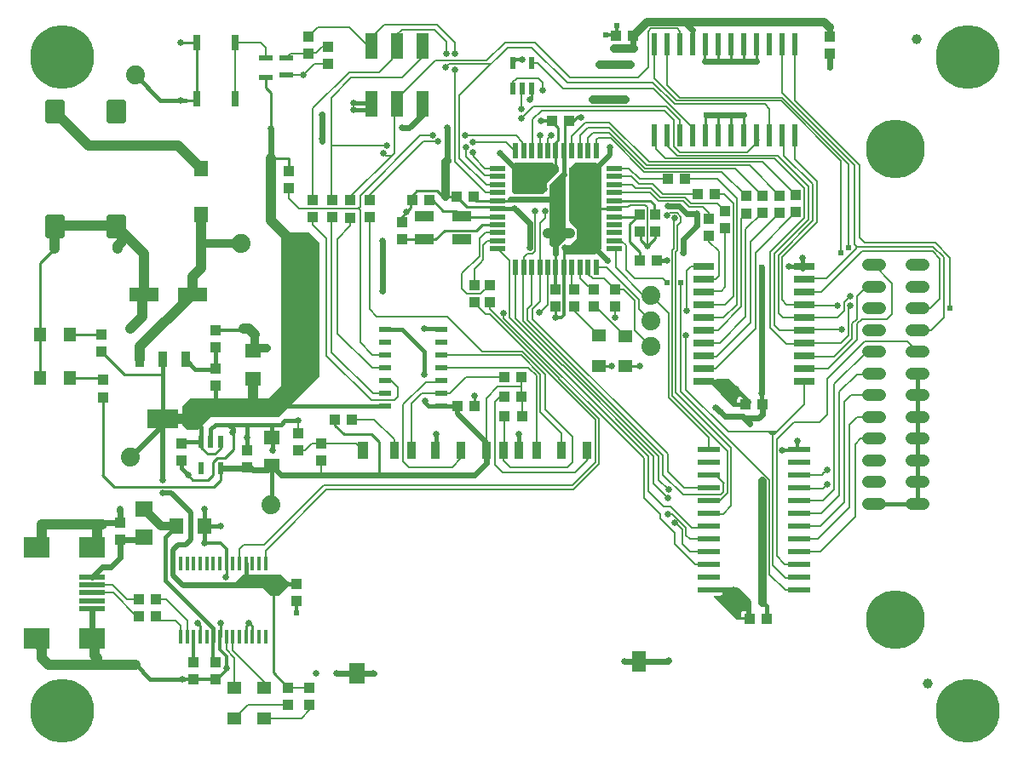
<source format=gbr>
G04 EAGLE Gerber RS-274X export*
G75*
%MOMM*%
%FSLAX34Y34*%
%LPD*%
%INTop Copper*%
%IPPOS*%
%AMOC8*
5,1,8,0,0,1.08239X$1,22.5*%
G01*
%ADD10R,1.000000X1.100000*%
%ADD11R,1.100000X1.000000*%
%ADD12C,1.000000*%
%ADD13R,1.400000X1.200000*%
%ADD14R,0.762000X1.524000*%
%ADD15R,1.200000X0.600000*%
%ADD16R,0.900000X1.800000*%
%ADD17R,1.400000X2.000000*%
%ADD18R,1.527000X2.000000*%
%ADD19R,1.100000X1.800000*%
%ADD20R,1.400000X1.600000*%
%ADD21R,1.800000X1.600000*%
%ADD22R,0.550000X1.200000*%
%ADD23R,1.500000X0.500000*%
%ADD24R,0.500000X1.500000*%
%ADD25R,1.600000X1.400000*%
%ADD26R,3.000000X1.400000*%
%ADD27R,0.812800X1.524000*%
%ADD28R,3.124200X1.905000*%
%ADD29R,1.470000X1.524000*%
%ADD30C,0.600000*%
%ADD31R,1.900000X1.100000*%
%ADD32C,1.219200*%
%ADD33C,5.842000*%
%ADD34R,1.200000X1.400000*%
%ADD35R,1.270000X2.540000*%
%ADD36R,2.032000X0.660400*%
%ADD37C,6.350000*%
%ADD38R,2.500000X0.500000*%
%ADD39R,2.500000X2.000000*%
%ADD40C,1.879600*%
%ADD41R,0.348000X1.397000*%
%ADD42R,1.320800X0.558800*%
%ADD43R,0.558800X2.311400*%
%ADD44R,2.311400X0.558800*%
%ADD45C,0.127000*%
%ADD46C,0.635000*%
%ADD47C,0.177800*%
%ADD48C,0.150000*%
%ADD49C,0.254000*%
%ADD50C,0.406400*%
%ADD51C,0.609600*%
%ADD52C,1.016000*%
%ADD53C,0.508000*%
%ADD54C,0.304800*%
%ADD55C,0.812800*%
%ADD56C,0.604000*%
%ADD57C,0.152400*%
%ADD58C,0.200000*%

G36*
X185042Y329373D02*
X185042Y329373D01*
X185084Y329371D01*
X185151Y329393D01*
X185221Y329405D01*
X185257Y329427D01*
X185298Y329440D01*
X185371Y329494D01*
X185414Y329520D01*
X185427Y329536D01*
X185448Y329552D01*
X197763Y341866D01*
X265000Y341866D01*
X265042Y341873D01*
X265084Y341871D01*
X265151Y341893D01*
X265221Y341905D01*
X265257Y341927D01*
X265298Y341940D01*
X265371Y341994D01*
X265414Y342020D01*
X265427Y342036D01*
X265448Y342052D01*
X305448Y382052D01*
X305473Y382086D01*
X305504Y382115D01*
X305536Y382178D01*
X305577Y382236D01*
X305587Y382277D01*
X305607Y382315D01*
X305620Y382404D01*
X305633Y382453D01*
X305630Y382474D01*
X305634Y382500D01*
X305634Y515000D01*
X305627Y515042D01*
X305629Y515084D01*
X305607Y515151D01*
X305595Y515221D01*
X305573Y515257D01*
X305560Y515298D01*
X305506Y515371D01*
X305480Y515414D01*
X305464Y515427D01*
X305448Y515448D01*
X295448Y525448D01*
X295414Y525473D01*
X295385Y525504D01*
X295322Y525536D01*
X295264Y525577D01*
X295223Y525587D01*
X295185Y525607D01*
X295096Y525620D01*
X295047Y525633D01*
X295026Y525630D01*
X295000Y525634D01*
X273000Y525634D01*
X272958Y525627D01*
X272916Y525629D01*
X272849Y525607D01*
X272779Y525595D01*
X272743Y525573D01*
X272702Y525560D01*
X272629Y525506D01*
X272586Y525480D01*
X272573Y525464D01*
X272552Y525448D01*
X267552Y520448D01*
X267527Y520414D01*
X267496Y520385D01*
X267464Y520322D01*
X267423Y520264D01*
X267413Y520223D01*
X267393Y520185D01*
X267380Y520096D01*
X267368Y520047D01*
X267370Y520026D01*
X267366Y520000D01*
X267366Y373263D01*
X254737Y360634D01*
X177500Y360634D01*
X177458Y360627D01*
X177416Y360629D01*
X177349Y360607D01*
X177279Y360595D01*
X177243Y360573D01*
X177202Y360560D01*
X177129Y360506D01*
X177086Y360480D01*
X177073Y360464D01*
X177052Y360448D01*
X169552Y352948D01*
X169527Y352914D01*
X169496Y352885D01*
X169464Y352822D01*
X169423Y352764D01*
X169413Y352723D01*
X169393Y352685D01*
X169380Y352596D01*
X169368Y352547D01*
X169370Y352526D01*
X169366Y352500D01*
X169366Y335000D01*
X169373Y334958D01*
X169371Y334916D01*
X169393Y334849D01*
X169405Y334779D01*
X169427Y334743D01*
X169440Y334702D01*
X169494Y334629D01*
X169520Y334586D01*
X169536Y334573D01*
X169552Y334552D01*
X174552Y329552D01*
X174586Y329527D01*
X174615Y329496D01*
X174678Y329464D01*
X174736Y329423D01*
X174777Y329413D01*
X174815Y329393D01*
X174904Y329380D01*
X174953Y329368D01*
X174974Y329370D01*
X175000Y329366D01*
X185000Y329366D01*
X185042Y329373D01*
G37*
G36*
X580090Y504254D02*
X580090Y504254D01*
X580181Y504261D01*
X580211Y504273D01*
X580243Y504279D01*
X580323Y504321D01*
X580407Y504357D01*
X580439Y504383D01*
X580460Y504394D01*
X580482Y504417D01*
X580538Y504462D01*
X585538Y509462D01*
X585591Y509536D01*
X585651Y509605D01*
X585663Y509635D01*
X585682Y509661D01*
X585709Y509748D01*
X585743Y509833D01*
X585747Y509874D01*
X585754Y509897D01*
X585753Y509929D01*
X585761Y510000D01*
X585761Y590000D01*
X585747Y590090D01*
X585739Y590181D01*
X585727Y590211D01*
X585722Y590243D01*
X585679Y590323D01*
X585643Y590407D01*
X585617Y590439D01*
X585606Y590460D01*
X585583Y590482D01*
X585538Y590538D01*
X580538Y595538D01*
X580464Y595591D01*
X580395Y595651D01*
X580365Y595663D01*
X580339Y595682D01*
X580252Y595709D01*
X580167Y595743D01*
X580126Y595747D01*
X580103Y595754D01*
X580071Y595753D01*
X580000Y595761D01*
X560000Y595761D01*
X559910Y595747D01*
X559819Y595739D01*
X559789Y595727D01*
X559757Y595722D01*
X559677Y595679D01*
X559593Y595643D01*
X559561Y595617D01*
X559540Y595606D01*
X559518Y595583D01*
X559462Y595538D01*
X554462Y590538D01*
X554409Y590464D01*
X554349Y590395D01*
X554337Y590365D01*
X554318Y590339D01*
X554291Y590252D01*
X554257Y590167D01*
X554253Y590126D01*
X554246Y590103D01*
X554247Y590071D01*
X554239Y590000D01*
X554239Y537000D01*
X554254Y536910D01*
X554261Y536819D01*
X554273Y536789D01*
X554279Y536757D01*
X554321Y536677D01*
X554357Y536593D01*
X554383Y536561D01*
X554394Y536540D01*
X554417Y536518D01*
X554445Y536482D01*
X554446Y536482D01*
X554446Y536481D01*
X554462Y536462D01*
X561739Y529185D01*
X561739Y520315D01*
X549462Y508038D01*
X549409Y507964D01*
X549349Y507895D01*
X549337Y507865D01*
X549318Y507839D01*
X549291Y507752D01*
X549257Y507667D01*
X549253Y507626D01*
X549246Y507603D01*
X549247Y507571D01*
X549239Y507500D01*
X549239Y505000D01*
X549242Y504980D01*
X549240Y504961D01*
X549262Y504859D01*
X549279Y504757D01*
X549288Y504740D01*
X549292Y504720D01*
X549345Y504631D01*
X549394Y504540D01*
X549408Y504526D01*
X549418Y504509D01*
X549497Y504442D01*
X549572Y504371D01*
X549590Y504362D01*
X549605Y504349D01*
X549701Y504310D01*
X549795Y504267D01*
X549815Y504265D01*
X549833Y504257D01*
X550000Y504239D01*
X580000Y504239D01*
X580090Y504254D01*
G37*
G36*
X527590Y564254D02*
X527590Y564254D01*
X527681Y564261D01*
X527711Y564273D01*
X527743Y564279D01*
X527823Y564321D01*
X527907Y564357D01*
X527939Y564383D01*
X527960Y564394D01*
X527982Y564417D01*
X528038Y564462D01*
X531538Y567962D01*
X531591Y568036D01*
X531651Y568105D01*
X531663Y568135D01*
X531682Y568161D01*
X531709Y568248D01*
X531743Y568333D01*
X531747Y568374D01*
X531754Y568397D01*
X531753Y568429D01*
X531761Y568500D01*
X531761Y574685D01*
X543038Y585962D01*
X543091Y586036D01*
X543151Y586105D01*
X543163Y586135D01*
X543182Y586161D01*
X543209Y586248D01*
X543243Y586333D01*
X543247Y586374D01*
X543254Y586397D01*
X543253Y586429D01*
X543261Y586500D01*
X543261Y590000D01*
X543247Y590090D01*
X543239Y590181D01*
X543227Y590211D01*
X543222Y590243D01*
X543179Y590323D01*
X543143Y590407D01*
X543117Y590439D01*
X543106Y590460D01*
X543083Y590482D01*
X543038Y590538D01*
X538038Y595538D01*
X537964Y595591D01*
X537895Y595651D01*
X537865Y595663D01*
X537839Y595682D01*
X537752Y595709D01*
X537667Y595743D01*
X537626Y595747D01*
X537603Y595754D01*
X537571Y595753D01*
X537500Y595761D01*
X500000Y595761D01*
X499910Y595747D01*
X499819Y595739D01*
X499789Y595727D01*
X499757Y595722D01*
X499677Y595679D01*
X499593Y595643D01*
X499561Y595617D01*
X499540Y595606D01*
X499518Y595583D01*
X499462Y595538D01*
X496962Y593038D01*
X496909Y592964D01*
X496849Y592895D01*
X496837Y592865D01*
X496818Y592839D01*
X496791Y592752D01*
X496757Y592667D01*
X496753Y592626D01*
X496746Y592603D01*
X496747Y592571D01*
X496739Y592500D01*
X496739Y567500D01*
X496754Y567410D01*
X496761Y567319D01*
X496773Y567289D01*
X496779Y567257D01*
X496821Y567177D01*
X496857Y567093D01*
X496883Y567061D01*
X496894Y567040D01*
X496917Y567018D01*
X496962Y566962D01*
X499462Y564462D01*
X499536Y564409D01*
X499605Y564349D01*
X499635Y564337D01*
X499661Y564318D01*
X499748Y564291D01*
X499833Y564257D01*
X499874Y564253D01*
X499897Y564246D01*
X499929Y564247D01*
X500000Y564239D01*
X527500Y564239D01*
X527590Y564254D01*
G37*
G36*
X265042Y164373D02*
X265042Y164373D01*
X265084Y164371D01*
X265151Y164393D01*
X265221Y164405D01*
X265257Y164427D01*
X265298Y164440D01*
X265371Y164494D01*
X265414Y164520D01*
X265427Y164536D01*
X265448Y164552D01*
X274773Y173877D01*
X274798Y173911D01*
X274829Y173940D01*
X274861Y174003D01*
X274902Y174061D01*
X274912Y174102D01*
X274932Y174140D01*
X274945Y174229D01*
X274958Y174278D01*
X274955Y174299D01*
X274959Y174325D01*
X274959Y174731D01*
X275000Y174731D01*
X275065Y174742D01*
X275131Y174744D01*
X275174Y174762D01*
X275221Y174770D01*
X275278Y174804D01*
X275338Y174829D01*
X275373Y174861D01*
X275414Y174885D01*
X275456Y174936D01*
X275504Y174980D01*
X275526Y175022D01*
X275555Y175059D01*
X275576Y175121D01*
X275607Y175180D01*
X275615Y175234D01*
X275627Y175271D01*
X275626Y175311D01*
X275634Y175365D01*
X275634Y176635D01*
X275623Y176700D01*
X275621Y176765D01*
X275603Y176809D01*
X275595Y176856D01*
X275561Y176913D01*
X275536Y176973D01*
X275505Y177008D01*
X275480Y177049D01*
X275429Y177090D01*
X275385Y177139D01*
X275343Y177161D01*
X275306Y177190D01*
X275244Y177211D01*
X275185Y177241D01*
X275131Y177250D01*
X275094Y177262D01*
X275054Y177261D01*
X275000Y177269D01*
X274959Y177269D01*
X274959Y178175D01*
X274952Y178217D01*
X274954Y178259D01*
X274932Y178326D01*
X274920Y178396D01*
X274898Y178432D01*
X274885Y178473D01*
X274831Y178546D01*
X274805Y178589D01*
X274789Y178602D01*
X274773Y178623D01*
X267948Y185448D01*
X267914Y185473D01*
X267885Y185504D01*
X267822Y185536D01*
X267764Y185577D01*
X267723Y185587D01*
X267685Y185607D01*
X267596Y185620D01*
X267547Y185633D01*
X267526Y185630D01*
X267500Y185634D01*
X230000Y185634D01*
X229958Y185627D01*
X229916Y185629D01*
X229849Y185607D01*
X229779Y185595D01*
X229743Y185573D01*
X229702Y185560D01*
X229629Y185506D01*
X229586Y185480D01*
X229573Y185464D01*
X229552Y185448D01*
X222237Y178134D01*
X170000Y178134D01*
X169935Y178123D01*
X169869Y178121D01*
X169826Y178103D01*
X169779Y178095D01*
X169722Y178061D01*
X169662Y178036D01*
X169627Y178005D01*
X169586Y177980D01*
X169545Y177929D01*
X169496Y177885D01*
X169474Y177843D01*
X169445Y177806D01*
X169424Y177744D01*
X169393Y177685D01*
X169385Y177631D01*
X169373Y177594D01*
X169374Y177554D01*
X169366Y177500D01*
X169366Y172500D01*
X169377Y172435D01*
X169379Y172369D01*
X169397Y172326D01*
X169405Y172279D01*
X169439Y172222D01*
X169464Y172162D01*
X169495Y172127D01*
X169520Y172086D01*
X169571Y172045D01*
X169615Y171996D01*
X169657Y171974D01*
X169694Y171945D01*
X169756Y171924D01*
X169815Y171893D01*
X169869Y171885D01*
X169906Y171873D01*
X169946Y171874D01*
X170000Y171866D01*
X249737Y171866D01*
X257052Y164552D01*
X257086Y164527D01*
X257115Y164496D01*
X257178Y164464D01*
X257236Y164423D01*
X257277Y164413D01*
X257315Y164393D01*
X257404Y164380D01*
X257453Y164368D01*
X257474Y164370D01*
X257500Y164366D01*
X265000Y164366D01*
X265042Y164373D01*
G37*
G36*
X542590Y511754D02*
X542590Y511754D01*
X542681Y511761D01*
X542711Y511773D01*
X542743Y511779D01*
X542823Y511821D01*
X542907Y511857D01*
X542939Y511883D01*
X542960Y511894D01*
X542982Y511917D01*
X543038Y511962D01*
X550538Y519462D01*
X550591Y519536D01*
X550651Y519605D01*
X550663Y519635D01*
X550682Y519661D01*
X550709Y519748D01*
X550743Y519833D01*
X550747Y519874D01*
X550754Y519897D01*
X550753Y519929D01*
X550761Y520000D01*
X550761Y587500D01*
X550750Y587571D01*
X550748Y587642D01*
X550730Y587691D01*
X550722Y587743D01*
X550688Y587806D01*
X550663Y587873D01*
X550631Y587914D01*
X550606Y587960D01*
X550555Y588009D01*
X550510Y588065D01*
X550466Y588094D01*
X550428Y588130D01*
X550363Y588160D01*
X550303Y588198D01*
X550252Y588211D01*
X550205Y588233D01*
X550134Y588241D01*
X550064Y588259D01*
X550012Y588254D01*
X549961Y588260D01*
X549890Y588245D01*
X549819Y588239D01*
X549771Y588219D01*
X549720Y588208D01*
X549659Y588171D01*
X549593Y588143D01*
X549537Y588098D01*
X549509Y588082D01*
X549494Y588064D01*
X549462Y588038D01*
X534462Y573038D01*
X534409Y572964D01*
X534349Y572895D01*
X534337Y572865D01*
X534318Y572839D01*
X534291Y572752D01*
X534257Y572667D01*
X534253Y572626D01*
X534246Y572603D01*
X534247Y572571D01*
X534239Y572500D01*
X534239Y515000D01*
X534254Y514910D01*
X534261Y514819D01*
X534273Y514789D01*
X534279Y514757D01*
X534321Y514677D01*
X534357Y514593D01*
X534383Y514561D01*
X534394Y514540D01*
X534417Y514518D01*
X534462Y514462D01*
X536962Y511962D01*
X537036Y511909D01*
X537105Y511849D01*
X537135Y511837D01*
X537161Y511818D01*
X537248Y511791D01*
X537333Y511757D01*
X537374Y511753D01*
X537397Y511746D01*
X537429Y511747D01*
X537500Y511739D01*
X542500Y511739D01*
X542590Y511754D01*
G37*
G36*
X732347Y140514D02*
X732347Y140514D01*
X732396Y140515D01*
X732464Y140541D01*
X732536Y140558D01*
X732578Y140584D01*
X732624Y140601D01*
X732681Y140648D01*
X732743Y140686D01*
X732775Y140724D01*
X732813Y140756D01*
X732852Y140818D01*
X732898Y140875D01*
X732916Y140921D01*
X732942Y140963D01*
X732959Y141034D01*
X732985Y141103D01*
X732992Y141176D01*
X732997Y141200D01*
X732996Y141217D01*
X732999Y141250D01*
X732999Y142001D01*
X733000Y142001D01*
X733024Y142005D01*
X733049Y142002D01*
X733144Y142025D01*
X733241Y142041D01*
X733262Y142052D01*
X733286Y142058D01*
X733370Y142109D01*
X733456Y142156D01*
X733473Y142173D01*
X733494Y142186D01*
X733556Y142262D01*
X733623Y142334D01*
X733633Y142356D01*
X733649Y142375D01*
X733683Y142466D01*
X733724Y142556D01*
X733726Y142580D01*
X733735Y142603D01*
X733749Y142750D01*
X733749Y157000D01*
X733746Y157018D01*
X733748Y157033D01*
X733734Y157090D01*
X733733Y157096D01*
X733724Y157193D01*
X733714Y157216D01*
X733710Y157241D01*
X733664Y157327D01*
X733623Y157416D01*
X733602Y157441D01*
X733595Y157456D01*
X733576Y157473D01*
X733530Y157530D01*
X720030Y171030D01*
X719950Y171087D01*
X719875Y171149D01*
X719852Y171157D01*
X719831Y171172D01*
X719738Y171200D01*
X719647Y171235D01*
X719614Y171238D01*
X719598Y171243D01*
X719573Y171242D01*
X719500Y171249D01*
X697500Y171249D01*
X697476Y171245D01*
X697451Y171248D01*
X697356Y171226D01*
X697259Y171210D01*
X697238Y171198D01*
X697214Y171192D01*
X697130Y171141D01*
X697044Y171095D01*
X697027Y171077D01*
X697006Y171064D01*
X696944Y170988D01*
X696877Y170917D01*
X696867Y170894D01*
X696852Y170875D01*
X696817Y170784D01*
X696776Y170694D01*
X696774Y170670D01*
X696765Y170647D01*
X696751Y170500D01*
X696751Y169503D01*
X696755Y169479D01*
X696752Y169454D01*
X696775Y169359D01*
X696790Y169262D01*
X696802Y169241D01*
X696808Y169217D01*
X696859Y169133D01*
X696905Y169047D01*
X696923Y169030D01*
X696936Y169009D01*
X697012Y168947D01*
X697084Y168880D01*
X697106Y168870D01*
X697125Y168854D01*
X697216Y168820D01*
X697306Y168779D01*
X697330Y168777D01*
X697353Y168768D01*
X697500Y168754D01*
X706386Y168754D01*
X706386Y167022D01*
X706213Y166375D01*
X705878Y165796D01*
X705405Y165323D01*
X704826Y164988D01*
X704179Y164815D01*
X698434Y164815D01*
X698361Y164803D01*
X698288Y164801D01*
X698242Y164784D01*
X698193Y164776D01*
X698128Y164741D01*
X698060Y164715D01*
X698021Y164684D01*
X697978Y164661D01*
X697928Y164607D01*
X697871Y164560D01*
X697845Y164518D01*
X697811Y164483D01*
X697781Y164416D01*
X697742Y164353D01*
X697731Y164305D01*
X697710Y164260D01*
X697703Y164187D01*
X697686Y164116D01*
X697691Y164067D01*
X697686Y164017D01*
X697703Y163946D01*
X697710Y163873D01*
X697730Y163828D01*
X697742Y163780D01*
X697780Y163717D01*
X697811Y163650D01*
X697857Y163594D01*
X697870Y163572D01*
X697883Y163562D01*
X697904Y163536D01*
X720470Y140970D01*
X720550Y140913D01*
X720625Y140852D01*
X720648Y140843D01*
X720669Y140828D01*
X720762Y140800D01*
X720853Y140765D01*
X720886Y140762D01*
X720902Y140757D01*
X720927Y140758D01*
X721000Y140751D01*
X731690Y140751D01*
X731720Y140720D01*
X731780Y140677D01*
X731833Y140627D01*
X731878Y140607D01*
X731918Y140578D01*
X731989Y140557D01*
X732056Y140526D01*
X732105Y140522D01*
X732152Y140507D01*
X732225Y140510D01*
X732298Y140502D01*
X732347Y140514D01*
G37*
G36*
X728430Y354377D02*
X728430Y354377D01*
X728495Y354379D01*
X728539Y354397D01*
X728586Y354405D01*
X728642Y354439D01*
X728703Y354464D01*
X728738Y354495D01*
X728779Y354520D01*
X728820Y354571D01*
X728869Y354615D01*
X728891Y354657D01*
X728920Y354694D01*
X728941Y354756D01*
X728971Y354815D01*
X728980Y354869D01*
X728992Y354906D01*
X728991Y354946D01*
X728999Y355000D01*
X728999Y355001D01*
X729635Y355001D01*
X729700Y355013D01*
X729765Y355014D01*
X729809Y355032D01*
X729856Y355041D01*
X729913Y355074D01*
X729973Y355099D01*
X730008Y355131D01*
X730049Y355155D01*
X730090Y355206D01*
X730139Y355250D01*
X730161Y355292D01*
X730190Y355329D01*
X730211Y355391D01*
X730241Y355450D01*
X730250Y355504D01*
X730262Y355541D01*
X730261Y355581D01*
X730269Y355635D01*
X730269Y362865D01*
X730262Y362907D01*
X730264Y362949D01*
X730242Y363016D01*
X730229Y363086D01*
X730208Y363122D01*
X730195Y363163D01*
X730141Y363236D01*
X730115Y363279D01*
X730099Y363292D01*
X730083Y363314D01*
X712948Y380448D01*
X712914Y380473D01*
X712885Y380504D01*
X712822Y380536D01*
X712764Y380577D01*
X712723Y380587D01*
X712685Y380607D01*
X712596Y380620D01*
X712547Y380633D01*
X712526Y380630D01*
X712500Y380634D01*
X700543Y380634D01*
X700478Y380623D01*
X700412Y380621D01*
X700369Y380603D01*
X700322Y380595D01*
X700265Y380561D01*
X700205Y380536D01*
X700170Y380505D01*
X700129Y380480D01*
X700087Y380429D01*
X700039Y380385D01*
X700017Y380343D01*
X699988Y380306D01*
X699967Y380244D01*
X699936Y380185D01*
X699928Y380131D01*
X699916Y380094D01*
X699917Y380054D01*
X699909Y380000D01*
X699909Y379119D01*
X695000Y379119D01*
X694935Y379108D01*
X694869Y379106D01*
X694826Y379088D01*
X694779Y379079D01*
X694722Y379046D01*
X694662Y379021D01*
X694627Y378989D01*
X694586Y378965D01*
X694545Y378914D01*
X694496Y378870D01*
X694474Y378828D01*
X694445Y378791D01*
X694424Y378729D01*
X694393Y378670D01*
X694385Y378616D01*
X694373Y378579D01*
X694373Y378562D01*
X694373Y378561D01*
X694373Y378536D01*
X694366Y378485D01*
X694366Y377500D01*
X694373Y377458D01*
X694371Y377416D01*
X694393Y377349D01*
X694405Y377279D01*
X694427Y377243D01*
X694440Y377202D01*
X694494Y377129D01*
X694520Y377086D01*
X694536Y377073D01*
X694552Y377052D01*
X694836Y376767D01*
X694871Y376742D01*
X694900Y376711D01*
X694963Y376679D01*
X695021Y376638D01*
X695062Y376628D01*
X695100Y376608D01*
X695189Y376595D01*
X695238Y376583D01*
X695259Y376585D01*
X695285Y376581D01*
X699909Y376581D01*
X699909Y374213D01*
X699736Y373567D01*
X699375Y372943D01*
X699374Y372942D01*
X699373Y372939D01*
X699359Y372916D01*
X699350Y372891D01*
X699328Y372859D01*
X699312Y372796D01*
X699286Y372735D01*
X699285Y372710D01*
X699283Y372705D01*
X699283Y372684D01*
X699273Y372642D01*
X699279Y372577D01*
X699276Y372511D01*
X699285Y372483D01*
X699285Y372480D01*
X699290Y372468D01*
X699291Y372466D01*
X699296Y372419D01*
X699325Y372360D01*
X699345Y372297D01*
X699378Y372253D01*
X699395Y372218D01*
X699424Y372191D01*
X699457Y372146D01*
X717052Y354552D01*
X717086Y354527D01*
X717115Y354496D01*
X717178Y354464D01*
X717236Y354423D01*
X717277Y354413D01*
X717315Y354393D01*
X717404Y354380D01*
X717453Y354368D01*
X717474Y354370D01*
X717500Y354366D01*
X728365Y354366D01*
X728430Y354377D01*
G37*
%LPC*%
G36*
X720959Y356269D02*
X720959Y356269D01*
X720959Y360335D01*
X721132Y360981D01*
X721467Y361560D01*
X721940Y362033D01*
X722519Y362368D01*
X723165Y362541D01*
X727731Y362541D01*
X727731Y356269D01*
X720959Y356269D01*
G37*
%LPD*%
%LPC*%
G36*
X724959Y143499D02*
X724959Y143499D01*
X724959Y147334D01*
X725132Y147981D01*
X725467Y148560D01*
X725940Y149033D01*
X726519Y149368D01*
X727166Y149541D01*
X731501Y149541D01*
X731501Y143499D01*
X724959Y143499D01*
G37*
%LPD*%
G36*
X757508Y324494D02*
X757508Y324494D01*
X757515Y324493D01*
X757605Y324514D01*
X757697Y324532D01*
X757703Y324537D01*
X757711Y324539D01*
X757859Y324641D01*
X760359Y327141D01*
X760360Y327144D01*
X760362Y327145D01*
X760415Y327226D01*
X760470Y327308D01*
X760470Y327311D01*
X760472Y327313D01*
X760489Y327409D01*
X760507Y327505D01*
X760507Y327508D01*
X760507Y327510D01*
X760486Y327607D01*
X760466Y327701D01*
X760464Y327703D01*
X760464Y327706D01*
X760407Y327786D01*
X760351Y327866D01*
X760349Y327867D01*
X760348Y327869D01*
X760265Y327921D01*
X760182Y327973D01*
X760180Y327974D01*
X760177Y327975D01*
X760000Y328007D01*
X752500Y328007D01*
X752497Y328007D01*
X752495Y328007D01*
X752400Y327987D01*
X752304Y327968D01*
X752301Y327966D01*
X752299Y327966D01*
X752218Y327910D01*
X752138Y327855D01*
X752136Y327853D01*
X752134Y327851D01*
X752081Y327768D01*
X752028Y327687D01*
X752028Y327684D01*
X752027Y327682D01*
X752010Y327586D01*
X751993Y327490D01*
X751993Y327487D01*
X751993Y327485D01*
X752015Y327391D01*
X752036Y327294D01*
X752038Y327292D01*
X752039Y327289D01*
X752141Y327141D01*
X754641Y324641D01*
X754648Y324637D01*
X754652Y324631D01*
X754731Y324582D01*
X754808Y324530D01*
X754816Y324529D01*
X754823Y324525D01*
X755000Y324493D01*
X757500Y324493D01*
X757508Y324494D01*
G37*
D10*
X639420Y543900D03*
X639420Y526900D03*
X559320Y469300D03*
X559320Y452300D03*
X314450Y710400D03*
X314450Y693400D03*
D11*
X537100Y636700D03*
X554100Y636700D03*
D12*
X910200Y76920D03*
X899300Y718120D03*
D13*
X583870Y423300D03*
X583870Y393300D03*
D14*
X183750Y658760D03*
X183750Y714640D03*
X221850Y658760D03*
X221850Y714640D03*
D11*
X489900Y343500D03*
X506900Y343500D03*
X337900Y339500D03*
X320900Y339500D03*
X489400Y362400D03*
X506400Y362400D03*
D15*
X427200Y353300D03*
X427200Y366000D03*
X427200Y378700D03*
X427200Y391400D03*
X427200Y404100D03*
X427200Y416800D03*
X427200Y429500D03*
X371200Y429500D03*
X371200Y416800D03*
X371200Y404100D03*
X371200Y391400D03*
X371200Y378700D03*
X371200Y366000D03*
X371200Y353300D03*
D11*
X489400Y381900D03*
X506400Y381900D03*
D16*
X546300Y309200D03*
X521300Y309200D03*
X503800Y309200D03*
X488800Y309200D03*
X471300Y309200D03*
X446300Y309200D03*
X421300Y309200D03*
X397100Y309200D03*
X380100Y309200D03*
D17*
X623560Y99200D03*
D18*
X342710Y87700D03*
D19*
X348600Y309200D03*
D16*
X571300Y309200D03*
D10*
X107300Y220600D03*
X107300Y237600D03*
X274600Y73400D03*
X274600Y56400D03*
X475100Y473900D03*
X475100Y456900D03*
X459600Y473900D03*
X459600Y456900D03*
X202700Y98400D03*
X202700Y81400D03*
D20*
X191600Y234000D03*
X163600Y234000D03*
D11*
X126600Y161500D03*
X143600Y161500D03*
X126600Y144000D03*
X143600Y144000D03*
D10*
X180400Y98600D03*
X180400Y81600D03*
D13*
X221000Y42700D03*
X221000Y72700D03*
X251000Y42700D03*
X251000Y72700D03*
D21*
X131500Y222600D03*
X131500Y250600D03*
D22*
X497700Y668799D03*
X507200Y668799D03*
X516700Y668799D03*
X516700Y694801D03*
X497700Y694801D03*
D23*
X482700Y589600D03*
X482700Y581600D03*
X482700Y573600D03*
X482700Y565600D03*
X482700Y557600D03*
X482700Y549600D03*
X482700Y541600D03*
X482700Y533600D03*
X482700Y525600D03*
X482700Y517600D03*
X482700Y509600D03*
D24*
X500700Y491600D03*
X508700Y491600D03*
X516700Y491600D03*
X524700Y491600D03*
X532700Y491600D03*
X540700Y491600D03*
X548700Y491600D03*
X556700Y491600D03*
X564700Y491600D03*
X572700Y491600D03*
X580700Y491600D03*
D23*
X598700Y509600D03*
X598700Y517600D03*
X598700Y525600D03*
X598700Y533600D03*
X598700Y541600D03*
X598700Y549600D03*
X598700Y557600D03*
X598700Y565600D03*
X598700Y573600D03*
X598700Y581600D03*
X598700Y589600D03*
D24*
X580700Y607600D03*
X572700Y607600D03*
X564700Y607600D03*
X556700Y607600D03*
X548700Y607600D03*
X540700Y607600D03*
X532700Y607600D03*
X524700Y607600D03*
X516700Y607600D03*
X508700Y607600D03*
X500700Y607600D03*
D11*
X641200Y498000D03*
X624200Y498000D03*
D10*
X540600Y452200D03*
X540600Y469200D03*
D11*
X441800Y561200D03*
X458800Y561200D03*
D10*
X623700Y543800D03*
X623700Y526800D03*
D25*
X239900Y408600D03*
X239900Y380600D03*
D10*
X168500Y316400D03*
X168500Y299400D03*
D26*
X179500Y464500D03*
X131500Y464500D03*
D22*
X207300Y317601D03*
X197800Y317601D03*
X188300Y317601D03*
X188300Y291599D03*
X207300Y291599D03*
D10*
X234000Y292100D03*
X234000Y309100D03*
D27*
X172507Y400200D03*
X149800Y400200D03*
X126915Y400200D03*
D28*
X149800Y340790D03*
D10*
X202500Y428800D03*
X202500Y411800D03*
X202500Y390300D03*
X202500Y373300D03*
D25*
X258300Y321800D03*
X258300Y293800D03*
D29*
X188300Y589370D03*
X188300Y543830D03*
D30*
X49600Y637400D02*
X35600Y637400D01*
X35600Y655400D01*
X49600Y655400D01*
X49600Y637400D01*
X49600Y643100D02*
X35600Y643100D01*
X35600Y648800D02*
X49600Y648800D01*
X49600Y654500D02*
X35600Y654500D01*
X35600Y523400D02*
X49600Y523400D01*
X35600Y523400D02*
X35600Y541400D01*
X49600Y541400D01*
X49600Y523400D01*
X49600Y529100D02*
X35600Y529100D01*
X35600Y534800D02*
X49600Y534800D01*
X49600Y540500D02*
X35600Y540500D01*
X96600Y637400D02*
X110600Y637400D01*
X96600Y637400D02*
X96600Y655400D01*
X110600Y655400D01*
X110600Y637400D01*
X110600Y643100D02*
X96600Y643100D01*
X96600Y648800D02*
X110600Y648800D01*
X110600Y654500D02*
X96600Y654500D01*
X96600Y523400D02*
X110600Y523400D01*
X96600Y523400D02*
X96600Y541400D01*
X110600Y541400D01*
X110600Y523400D01*
X110600Y529100D02*
X96600Y529100D01*
X96600Y534800D02*
X110600Y534800D01*
X110600Y540500D02*
X96600Y540500D01*
D31*
X447000Y541800D03*
X410000Y518800D03*
X447000Y518800D03*
X410000Y541800D03*
D11*
X397700Y558000D03*
X414700Y558000D03*
D10*
X388100Y535800D03*
X388100Y518800D03*
D32*
X850614Y493745D02*
X862806Y493745D01*
X862806Y472155D02*
X850614Y472155D01*
X850614Y450565D02*
X862806Y450565D01*
X862806Y428975D02*
X850614Y428975D01*
X850614Y407385D02*
X862806Y407385D01*
X862806Y385795D02*
X850614Y385795D01*
X850614Y364205D02*
X862806Y364205D01*
X862806Y342615D02*
X850614Y342615D01*
X850614Y321025D02*
X862806Y321025D01*
X862806Y299435D02*
X850614Y299435D01*
X850614Y277845D02*
X862806Y277845D01*
X862806Y256255D02*
X850614Y256255D01*
X893794Y493745D02*
X905986Y493745D01*
X905986Y472155D02*
X893794Y472155D01*
X893794Y450565D02*
X905986Y450565D01*
X905986Y428975D02*
X893794Y428975D01*
X893794Y407385D02*
X905986Y407385D01*
X905986Y385795D02*
X893794Y385795D01*
X893794Y364205D02*
X905986Y364205D01*
X905986Y342615D02*
X893794Y342615D01*
X893794Y321025D02*
X905986Y321025D01*
X905986Y299435D02*
X893794Y299435D01*
X893794Y277845D02*
X905986Y277845D01*
X905986Y256255D02*
X893794Y256255D01*
D33*
X878300Y608934D03*
X878300Y141066D03*
D10*
X296000Y73100D03*
X296000Y56100D03*
X89400Y424100D03*
X89400Y407100D03*
D34*
X58100Y424800D03*
X28100Y424800D03*
D10*
X90300Y379100D03*
X90300Y362100D03*
D34*
X58100Y381400D03*
X28100Y381400D03*
D10*
X578200Y469600D03*
X578200Y452600D03*
D13*
X609500Y423100D03*
X609500Y393100D03*
D11*
X600600Y721400D03*
X617600Y721400D03*
D10*
X812500Y703400D03*
X812500Y720400D03*
X355600Y540900D03*
X355600Y557900D03*
X318700Y540900D03*
X318700Y557900D03*
X299300Y540900D03*
X299300Y557900D03*
X336500Y540800D03*
X336500Y557800D03*
X275400Y586700D03*
X275400Y569700D03*
D11*
X750000Y142000D03*
X733000Y142000D03*
X443000Y353000D03*
X460000Y353000D03*
D10*
X307500Y299000D03*
X307500Y316000D03*
X285000Y309000D03*
X285000Y326000D03*
D35*
X407900Y711000D03*
X407900Y654000D03*
X382500Y711000D03*
X382500Y654000D03*
X357100Y711000D03*
X357100Y654000D03*
D36*
X787792Y377850D03*
X787792Y390550D03*
X787792Y403250D03*
X787792Y415950D03*
X787792Y428650D03*
X787792Y441350D03*
X787792Y454050D03*
X787792Y466750D03*
X687208Y466750D03*
X687208Y454050D03*
X687208Y441350D03*
X687208Y428650D03*
X687208Y415950D03*
X687208Y403250D03*
X687208Y390550D03*
X687208Y377850D03*
X787792Y479450D03*
X787792Y492150D03*
X687208Y479450D03*
X687208Y492150D03*
D11*
X746000Y355000D03*
X729000Y355000D03*
D10*
X599500Y469000D03*
X599500Y452000D03*
D37*
X50000Y50000D03*
X950000Y50000D03*
X950000Y700000D03*
X50000Y700000D03*
D38*
X80000Y167500D03*
X80000Y175500D03*
X80000Y151500D03*
X80000Y159500D03*
D39*
X25000Y122500D03*
X25000Y212500D03*
X80000Y122500D03*
X80000Y212500D03*
D38*
X80000Y183500D03*
D40*
X227500Y515000D03*
X117500Y302500D03*
X257500Y255000D03*
X122500Y682500D03*
D41*
X252250Y123440D03*
X245750Y123440D03*
X239250Y123440D03*
X232750Y123440D03*
X226250Y123440D03*
X219750Y123440D03*
X213250Y123440D03*
X200250Y123440D03*
X206750Y123440D03*
X193750Y123440D03*
X187250Y123440D03*
X180750Y123440D03*
X174250Y123440D03*
X167750Y123440D03*
X252250Y196560D03*
X245750Y196560D03*
X239250Y196560D03*
X232750Y196560D03*
X226250Y196560D03*
X219750Y196560D03*
X213250Y196560D03*
X206750Y196560D03*
X200250Y196560D03*
X193750Y196560D03*
X187250Y196560D03*
X180750Y196560D03*
X174250Y196560D03*
X167750Y196560D03*
D40*
X635000Y412500D03*
X635000Y437900D03*
X635000Y463300D03*
D10*
X282500Y176000D03*
X282500Y159000D03*
D42*
X272660Y682253D03*
X272660Y699652D03*
X252340Y699652D03*
X252340Y680348D03*
D10*
X295000Y721000D03*
X295000Y704000D03*
X779000Y546000D03*
X779000Y563000D03*
X763000Y545500D03*
X763000Y562500D03*
X746000Y545500D03*
X746000Y562500D03*
X730000Y545000D03*
X730000Y562000D03*
D11*
X669000Y579000D03*
X652000Y579000D03*
X698500Y564000D03*
X681500Y564000D03*
D10*
X709000Y530500D03*
X709000Y547500D03*
X693000Y522500D03*
X693000Y539500D03*
D43*
X638650Y622788D03*
X651350Y622788D03*
X664050Y622788D03*
X676750Y622788D03*
X689450Y622788D03*
X702150Y622788D03*
X714850Y622788D03*
X727550Y622788D03*
X740250Y622788D03*
X752950Y622788D03*
X765650Y622788D03*
X778350Y622788D03*
X778350Y713212D03*
X765650Y713212D03*
X752950Y713212D03*
X740250Y713212D03*
X727550Y713212D03*
X714850Y713212D03*
X702150Y713212D03*
X689450Y713212D03*
X676750Y713212D03*
X664050Y713212D03*
X651350Y713212D03*
X638650Y713212D03*
D44*
X782712Y170150D03*
X782712Y182850D03*
X782712Y195550D03*
X782712Y208250D03*
X782712Y220950D03*
X782712Y233650D03*
X782712Y246350D03*
X782712Y259050D03*
X782712Y271750D03*
X782712Y284450D03*
X782712Y297150D03*
X782712Y309850D03*
X692288Y309850D03*
X692288Y297150D03*
X692288Y284450D03*
X692288Y271750D03*
X692288Y259050D03*
X692288Y246350D03*
X692288Y233650D03*
X692288Y220950D03*
X692288Y208250D03*
X692288Y195550D03*
X692288Y182850D03*
X692288Y170150D03*
D45*
X336500Y557800D02*
X336500Y561500D01*
X377500Y602500D01*
X380000Y605000D01*
X470200Y589600D02*
X482700Y589600D01*
X470200Y589600D02*
X458800Y601000D01*
D46*
X458000Y606000D03*
X369000Y605000D03*
D45*
X371500Y602500D02*
X377500Y602500D01*
X371500Y602500D02*
X369000Y605000D01*
X458000Y606000D02*
X458800Y605200D01*
X458800Y601000D01*
X472000Y697000D02*
X490000Y715000D01*
X472000Y697000D02*
X421000Y697000D01*
X382500Y658500D01*
X382500Y654000D01*
D47*
X380000Y651500D01*
D45*
X380000Y605000D01*
X635500Y729000D02*
X661000Y729000D01*
X664050Y725950D02*
X664050Y713212D01*
X664050Y725950D02*
X661000Y729000D01*
D48*
X635500Y729000D02*
X632500Y726000D01*
X520000Y715000D02*
X490000Y715000D01*
X520000Y715000D02*
X555000Y680000D01*
X622500Y680000D01*
X632500Y690000D01*
X632500Y726000D01*
D45*
X317500Y611989D02*
X317500Y559100D01*
X317500Y660000D02*
X337500Y680000D01*
X387500Y680000D01*
X407900Y700400D02*
X407900Y711000D01*
X317500Y660000D02*
X317500Y611989D01*
X387500Y680000D02*
X407900Y700400D01*
X317500Y559100D02*
X318700Y557900D01*
X481800Y582500D02*
X482700Y581600D01*
X481800Y582500D02*
X470000Y582500D01*
X451000Y601500D01*
X451000Y610500D01*
D46*
X451000Y610500D03*
X372750Y611989D03*
D45*
X317500Y611989D01*
X382000Y710500D02*
X382500Y711000D01*
X382000Y710500D02*
X377500Y706000D01*
X377500Y697500D01*
X365000Y685000D01*
X335000Y685000D01*
X299300Y649300D02*
X299300Y557900D01*
X299300Y649300D02*
X335000Y685000D01*
X471400Y573600D02*
X482700Y573600D01*
X471400Y573600D02*
X445000Y600000D01*
X445000Y662500D01*
X465000Y682500D02*
X476000Y693500D01*
X465000Y682500D02*
X445000Y662500D01*
X434112Y693500D02*
X476000Y693500D01*
X434112Y693500D02*
X431000Y690388D01*
D46*
X431000Y690388D03*
X431500Y704000D03*
D45*
X431500Y716000D02*
X420000Y727500D01*
X387500Y727500D01*
X382000Y722000D02*
X382000Y710500D01*
X431500Y716000D02*
X431500Y704000D01*
X387500Y727500D02*
X382000Y722000D01*
X748401Y653599D02*
X753000Y649000D01*
D48*
X752950Y648950D01*
X752950Y622788D01*
X492500Y710000D02*
X465000Y682500D01*
D45*
X658505Y653599D02*
X748401Y653599D01*
X517000Y710000D02*
X492500Y710000D01*
X517000Y710000D02*
X552000Y675000D01*
X637104Y675000D01*
X658505Y653599D01*
D49*
X550000Y608900D02*
X548700Y607600D01*
X550000Y632600D02*
X554100Y636700D01*
X550000Y632600D02*
X550000Y608900D01*
X482700Y557600D02*
X461400Y557600D01*
X458800Y560200D01*
X458800Y561200D01*
D50*
X641200Y498000D02*
X641200Y496628D01*
D49*
X540700Y492500D02*
X540700Y491600D01*
X540700Y492500D02*
X540700Y504300D01*
X540000Y505000D01*
D51*
X540000Y525000D01*
X540000Y557500D01*
X540000Y575000D01*
X548700Y583700D01*
D50*
X548700Y607600D01*
D49*
X494144Y557600D02*
X482700Y557600D01*
X494144Y557600D02*
X495791Y559247D01*
D51*
X538253Y559247D01*
D49*
X540000Y557500D01*
X207300Y317601D02*
X207300Y311300D01*
X201500Y305500D01*
X194500Y305500D01*
X188300Y311700D01*
X188300Y317601D01*
D50*
X149800Y385000D02*
X149800Y400200D01*
X149800Y385000D02*
X149800Y340790D01*
D49*
X111500Y385000D02*
X89400Y407100D01*
X111500Y385000D02*
X149800Y385000D01*
D52*
X149800Y340790D02*
X173290Y340790D01*
X185000Y352500D01*
X202500Y352500D01*
X240000Y352500D01*
X260000Y352500D01*
X282500Y375000D01*
D50*
X179210Y340790D02*
X149800Y340790D01*
X188300Y331700D02*
X188300Y317601D01*
X188300Y331700D02*
X179210Y340790D01*
D52*
X239900Y380600D02*
X240000Y380500D01*
X240000Y352500D01*
D50*
X169701Y317601D02*
X168500Y316400D01*
X169701Y317601D02*
X188300Y317601D01*
D53*
X149800Y315200D02*
X149800Y340790D01*
D50*
X149800Y315200D02*
X150000Y315000D01*
D53*
X150000Y280000D01*
D46*
X150000Y280000D03*
X150000Y266500D03*
D52*
X257500Y537500D02*
X257500Y600000D01*
X257500Y537500D02*
X282500Y512500D01*
D49*
X275400Y586700D02*
X275400Y600000D01*
X257500Y600000D01*
D50*
X260800Y353300D02*
X371200Y353300D01*
X260800Y353300D02*
X260000Y352500D01*
D51*
X407900Y642900D02*
X407900Y654000D01*
X395000Y630000D02*
X387500Y630000D01*
D46*
X387500Y630000D03*
X257500Y629500D03*
D51*
X257500Y600000D01*
X395000Y630000D02*
X407900Y642900D01*
D49*
X554100Y636700D02*
X559200Y636700D01*
D54*
X562500Y640000D01*
X565500Y640000D01*
D46*
X565500Y640000D03*
X507473Y697500D03*
D54*
X500399Y697500D01*
D49*
X497700Y694801D01*
D52*
X282500Y480500D02*
X282500Y375000D01*
X282500Y480500D02*
X282500Y504500D01*
X282500Y512500D01*
D46*
X282500Y504500D03*
X555000Y525000D03*
D52*
X540000Y525000D01*
X290000Y492500D02*
X275000Y492500D01*
D46*
X290000Y492500D03*
X282500Y480500D03*
X542500Y525000D03*
D51*
X544000Y517500D02*
X544000Y575000D01*
D50*
X717500Y355000D02*
X729000Y355000D01*
X717500Y355000D02*
X695000Y377500D01*
D46*
X717000Y170500D03*
X720000Y370000D03*
D50*
X712500Y377500D01*
X695000Y377500D01*
X720000Y370000D02*
X732500Y357500D01*
X651000Y498000D02*
X641200Y498000D01*
D46*
X651000Y498000D03*
D50*
X202500Y373300D02*
X202500Y352500D01*
D47*
X731750Y140750D02*
X733000Y142000D01*
X731750Y140750D02*
X729250Y138250D01*
D54*
X544000Y575000D02*
X540000Y575000D01*
D47*
X687208Y377850D02*
X687558Y377500D01*
X695000Y377500D01*
D51*
X149800Y334800D02*
X117500Y302500D01*
D50*
X149800Y334800D02*
X149800Y340790D01*
D47*
X274600Y73400D02*
X295700Y73400D01*
X296000Y73100D01*
D53*
X158500Y266500D02*
X150000Y266500D01*
X158500Y266500D02*
X177500Y247500D01*
X177500Y220000D01*
X172500Y215000D01*
X165000Y215000D02*
X160000Y210000D01*
X160000Y185000D01*
D50*
X232750Y180250D02*
X232750Y196560D01*
D53*
X172500Y215000D02*
X165000Y215000D01*
X160000Y185000D02*
X170000Y175000D01*
X227500Y175000D01*
D50*
X232750Y180250D01*
D49*
X260000Y88000D02*
X274600Y73400D01*
X260000Y88000D02*
X260000Y167500D01*
X251500Y176000D01*
X247250Y180250D02*
X232750Y180250D01*
D54*
X540600Y469200D02*
X540600Y492400D01*
X540700Y492500D01*
D50*
X282500Y176000D02*
X251500Y176000D01*
D49*
X247250Y180250D01*
D46*
X275000Y492500D03*
X532500Y525000D03*
D52*
X540000Y525000D01*
D49*
X252340Y670160D02*
X252340Y680348D01*
X252340Y670160D02*
X257500Y665000D01*
X257500Y629500D01*
D55*
X617600Y721400D02*
X631700Y735500D01*
X668500Y735500D01*
D50*
X676750Y727250D02*
X676750Y713212D01*
D51*
X676750Y727250D02*
X668500Y735500D01*
D55*
X617600Y721400D02*
X617500Y721500D01*
D56*
X601000Y709000D03*
X618000Y709000D03*
D51*
X812500Y720400D02*
X812500Y730000D01*
D55*
X807000Y735500D01*
X668500Y735500D01*
D51*
X617600Y721400D02*
X617600Y709400D01*
X618000Y709000D01*
D55*
X618500Y709247D02*
X598500Y709247D01*
D45*
X542500Y525000D02*
X540000Y525000D01*
X618000Y709000D02*
X618253Y709000D01*
X618500Y709247D01*
D51*
X601000Y709000D02*
X600753Y709247D01*
X598500Y709247D01*
D53*
X692288Y170150D02*
X716650Y170150D01*
X717000Y170500D01*
X720500Y170500D01*
X732500Y158500D01*
X732500Y141500D01*
X731750Y140750D01*
D49*
X540500Y441500D02*
X540600Y441600D01*
X540600Y452200D01*
D46*
X540500Y441500D03*
X431000Y561500D03*
D54*
X525500Y637000D02*
X534500Y637000D01*
D46*
X525500Y637000D03*
D49*
X540700Y615700D02*
X540700Y607600D01*
X542500Y617500D02*
X542500Y630000D01*
X542500Y617500D02*
X540700Y615700D01*
X542500Y630000D02*
X535800Y636700D01*
X598300Y550000D02*
X598700Y549600D01*
D46*
X580000Y550000D03*
D49*
X580500Y550000D02*
X598300Y550000D01*
X580500Y550000D02*
X580000Y550000D01*
X548700Y508700D02*
X548700Y491600D01*
X548700Y508700D02*
X549000Y509000D01*
X549000Y509500D01*
X550000Y510500D01*
D46*
X550000Y510500D03*
X540000Y590000D03*
X501000Y569500D03*
D49*
X639420Y526900D02*
X639420Y519920D01*
X632000Y512500D01*
D46*
X632000Y512500D03*
D49*
X625000Y525500D02*
X623700Y526800D01*
X625000Y525500D02*
X625000Y518500D01*
X631000Y512500D01*
X632000Y512500D01*
D46*
X746000Y191000D03*
D55*
X746000Y158000D01*
D50*
X750000Y154000D02*
X750000Y142000D01*
X750000Y154000D02*
X746000Y158000D01*
D49*
X441800Y561200D02*
X431300Y561200D01*
X431000Y561500D01*
X442300Y561200D02*
X452500Y551000D01*
X442300Y561200D02*
X441800Y561200D01*
X452500Y551000D02*
X488500Y551000D01*
X388100Y541600D02*
X388100Y535800D01*
X388100Y541600D02*
X392500Y546000D01*
X396700Y557000D02*
X397700Y558000D01*
X396700Y557000D02*
X396700Y550200D01*
X392500Y546000D01*
D46*
X392500Y546000D03*
D49*
X428500Y561500D02*
X431000Y561500D01*
X428500Y561500D02*
X422500Y567500D01*
X402500Y567500D01*
X397700Y562700D01*
X397700Y558000D01*
X540000Y590000D02*
X540000Y605000D01*
D50*
X503800Y324700D02*
X503800Y309200D01*
D49*
X503800Y324700D02*
X503500Y325000D01*
D46*
X503500Y325000D03*
X422000Y325500D03*
D50*
X422000Y309900D01*
D49*
X421300Y309200D01*
X460000Y353000D02*
X460000Y363500D01*
D46*
X460000Y363500D03*
D50*
X427200Y429500D02*
X426700Y430000D01*
X410000Y430000D01*
D46*
X410000Y430000D03*
X284500Y338500D03*
D45*
X284500Y326500D01*
X285000Y326000D01*
D50*
X197800Y330300D02*
X197800Y317601D01*
X271000Y338500D02*
X284500Y338500D01*
X271000Y338500D02*
X267500Y335000D01*
X202500Y335000D02*
X197800Y330300D01*
X202500Y335000D02*
X215000Y335000D01*
X232500Y335000D01*
X257500Y335000D01*
X267500Y335000D01*
X258300Y334200D02*
X257500Y335000D01*
X234000Y333500D02*
X234000Y309100D01*
X234000Y333500D02*
X232500Y335000D01*
D52*
X131500Y464500D02*
X131500Y504500D01*
X109250Y526750D01*
X103600Y532400D01*
X42600Y532400D01*
X42600Y529900D01*
X42500Y530000D01*
D46*
X42500Y509905D03*
X105000Y510000D03*
D52*
X105000Y512500D02*
X109250Y516750D01*
X105000Y512500D02*
X105000Y510000D01*
X109250Y516750D02*
X109250Y526750D01*
X42500Y530000D02*
X42500Y509905D01*
D49*
X28100Y424800D02*
X28100Y381400D01*
X28100Y424800D02*
X28100Y495505D01*
X42500Y509905D01*
D52*
X130000Y463000D02*
X131500Y464500D01*
X130000Y463000D02*
X130000Y442500D01*
X117500Y430000D01*
D46*
X117500Y430000D03*
X230000Y430000D03*
D52*
X235410Y430000D02*
X241010Y424400D01*
X235410Y430000D02*
X230000Y430000D01*
D54*
X228800Y428800D01*
X202500Y428800D01*
D50*
X168500Y299400D02*
X168500Y291500D01*
X175000Y285000D01*
D46*
X175000Y285000D03*
D50*
X220000Y328500D02*
X220000Y330000D01*
X215000Y335000D01*
D49*
X175000Y285000D02*
X180000Y280000D01*
X195000Y280000D01*
X200000Y285000D01*
X200000Y297500D01*
X203944Y301444D01*
X203973Y301444D01*
X204529Y302000D01*
X211500Y302000D01*
X220000Y310500D01*
X220000Y328500D01*
D46*
X219500Y327000D03*
X302500Y87500D03*
X122500Y96500D03*
D52*
X29900Y217500D02*
X29900Y234900D01*
D50*
X30000Y235000D01*
D46*
X30000Y235000D03*
X30000Y102500D03*
D50*
X29900Y102400D01*
X29900Y102500D01*
D46*
X85000Y235000D03*
X85000Y102500D03*
D50*
X84900Y102400D01*
D52*
X85000Y213700D02*
X85000Y235000D01*
X122500Y95900D02*
X36500Y95900D01*
X29900Y102500D01*
D53*
X122500Y95900D02*
X122700Y96100D01*
D51*
X322700Y87700D02*
X342710Y87700D01*
X322700Y87700D02*
X322500Y87500D01*
D46*
X322500Y87500D03*
X652500Y100000D03*
D51*
X651700Y99200D01*
X623560Y99200D01*
D49*
X183750Y658760D02*
X183750Y660000D01*
X183750Y714640D02*
X167860Y714640D01*
X167500Y715000D01*
D46*
X167500Y715000D03*
X167500Y657500D03*
D49*
X172500Y657500D01*
X181250Y657500D01*
X183750Y660000D01*
D46*
X290000Y682500D03*
D50*
X356100Y655000D02*
X357100Y654000D01*
D46*
X340000Y655000D03*
D50*
X356100Y655000D01*
D49*
X516700Y659200D02*
X516700Y668799D01*
X516700Y659200D02*
X515218Y657718D01*
X514927Y657718D01*
D46*
X514927Y657718D03*
D51*
X550000Y510500D02*
X565500Y510500D01*
X572000Y517000D01*
X575000Y511000D02*
X575000Y510500D01*
X575000Y511000D02*
X575000Y545000D01*
X580000Y550000D01*
D46*
X500000Y550000D03*
X514500Y510500D03*
X529000Y569500D03*
X568000Y550000D03*
X574500Y510500D03*
D51*
X572000Y517000D02*
X572000Y542000D01*
X572000Y549000D01*
X575000Y550000D02*
X577500Y550000D01*
D46*
X580500Y590000D03*
X594500Y611000D03*
D51*
X575000Y550000D02*
X568000Y550000D01*
X578000Y552500D02*
X580500Y550000D01*
X578000Y552500D02*
X575000Y552500D01*
X573500Y552500D01*
X570000Y552500D01*
D53*
X594500Y602929D02*
X594500Y611000D01*
X581571Y590000D02*
X580500Y590000D01*
X581571Y590000D02*
X594500Y602929D01*
X580500Y589000D02*
X568500Y577000D01*
X568500Y550000D01*
D51*
X528500Y569000D02*
X501000Y569000D01*
X559500Y510500D02*
X575000Y510500D01*
D53*
X580500Y589000D02*
X580500Y590000D01*
D46*
X781000Y318500D03*
D49*
X787792Y492150D02*
X787442Y492500D01*
D46*
X772500Y492500D03*
D50*
X787442Y492500D01*
D49*
X745500Y355500D02*
X746000Y355000D01*
D50*
X745500Y355500D02*
X745500Y366000D01*
D46*
X745500Y366000D03*
X596500Y393112D03*
X624000Y393000D03*
X728500Y341000D03*
X704500Y347000D03*
D51*
X726500Y343000D02*
X728500Y341000D01*
X726500Y343000D02*
X708500Y343000D01*
X704500Y347000D01*
D46*
X432500Y630000D03*
X432500Y597500D03*
D51*
X432500Y630000D01*
D46*
X308500Y642500D03*
X308500Y619000D03*
D51*
X308500Y617000D02*
X308500Y643500D01*
X368500Y517500D02*
X368500Y467500D01*
D46*
X368500Y517500D03*
X368500Y467500D03*
D47*
X482700Y549600D02*
X487100Y549600D01*
X488500Y551000D01*
X568750Y553750D02*
X570000Y552500D01*
X575000Y552500D02*
X577500Y550000D01*
X575000Y545000D02*
X572000Y542000D01*
X540000Y606900D02*
X540700Y607600D01*
X540000Y606900D02*
X540000Y605000D01*
X575000Y511000D02*
X574500Y510500D01*
X308500Y642500D02*
X308500Y643500D01*
X568000Y553000D02*
X568750Y553750D01*
X568000Y553000D02*
X568000Y550000D01*
X501000Y569000D02*
X501000Y569500D01*
X308500Y617000D02*
X308500Y619000D01*
X568000Y550000D02*
X568500Y550000D01*
D52*
X30000Y112500D02*
X30000Y102500D01*
X30000Y112500D02*
X22400Y120100D01*
X82400Y120100D02*
X82400Y105100D01*
X85000Y102500D01*
X84900Y213600D02*
X85000Y213700D01*
D51*
X80000Y151500D02*
X80000Y122500D01*
D50*
X147500Y657500D02*
X122500Y682500D01*
X147500Y657500D02*
X172500Y657500D01*
D54*
X180600Y81400D02*
X202700Y81400D01*
X180600Y81400D02*
X180400Y81600D01*
X170900Y81600D01*
X202700Y81400D02*
X203900Y81400D01*
X213161Y90661D02*
X213161Y92500D01*
D46*
X213161Y92500D03*
D54*
X213161Y90661D02*
X203900Y81400D01*
X213161Y92500D02*
X213161Y104339D01*
X206750Y110750D02*
X206750Y123440D01*
X206750Y110750D02*
X213161Y104339D01*
D50*
X191600Y234000D02*
X191600Y249900D01*
X191500Y250000D01*
X191500Y251000D01*
D46*
X191500Y251000D03*
D54*
X191500Y217000D02*
X207500Y217000D01*
X213500Y211000D01*
X213500Y196810D01*
X213250Y196560D01*
D51*
X107300Y237600D02*
X87600Y237600D01*
X85000Y235000D01*
X107300Y237600D02*
X107300Y248700D01*
X107000Y249000D01*
X107000Y250000D01*
X107500Y250500D01*
D46*
X107500Y250500D03*
X207500Y234000D03*
D50*
X191600Y234000D01*
X191600Y217100D01*
X191500Y217000D01*
D46*
X191500Y217000D03*
D52*
X89500Y235900D02*
X30000Y235900D01*
D49*
X213250Y196560D02*
X213250Y183750D01*
X213000Y183500D01*
D46*
X213000Y183500D03*
X235500Y137500D03*
D49*
X236000Y137500D02*
X239250Y134250D01*
X236000Y137500D02*
X235500Y137500D01*
X239250Y134250D02*
X239250Y123440D01*
X232750Y134750D02*
X235500Y137500D01*
X232750Y134750D02*
X232750Y123440D01*
X207500Y124190D02*
X206750Y123440D01*
X207500Y124190D02*
X207500Y137500D01*
D46*
X207500Y137500D03*
X184702Y137202D03*
D49*
X184798Y137202D02*
X187500Y134500D01*
X184798Y137202D02*
X184702Y137202D01*
X187500Y134500D02*
X187500Y123690D01*
X187250Y123440D01*
D47*
X599500Y441500D02*
X599500Y452000D01*
D46*
X599500Y441500D03*
D49*
X596312Y393300D02*
X596500Y393112D01*
X596312Y393300D02*
X583870Y393300D01*
X609500Y393100D02*
X609500Y393000D01*
X624000Y393000D01*
D46*
X667000Y506000D03*
X681000Y533000D03*
D51*
X667500Y519500D01*
X667500Y506500D01*
X667000Y506000D01*
D46*
X253500Y411000D03*
D45*
X598700Y549600D02*
X600100Y551000D01*
X612500Y551000D02*
X614500Y553000D01*
X629500Y553000D02*
X631500Y551000D01*
X631500Y513000D01*
X631000Y512500D01*
X612500Y551000D02*
X600100Y551000D01*
X614500Y553000D02*
X629500Y553000D01*
D46*
X501000Y580000D03*
X523500Y590000D03*
D50*
X786000Y501000D02*
X786000Y490000D01*
D46*
X765500Y309500D03*
D50*
X137400Y81600D02*
X122500Y96500D01*
X137400Y81600D02*
X170900Y81600D01*
D51*
X342710Y87700D02*
X359710Y87700D01*
D46*
X359500Y87500D03*
X608500Y99000D03*
D51*
X608560Y99200D02*
X623560Y99200D01*
D50*
X356100Y647500D02*
X340000Y647500D01*
D46*
X340000Y647500D03*
D50*
X899890Y385795D02*
X899890Y256255D01*
X856710Y256255D01*
D51*
X501000Y569500D02*
X501000Y589000D01*
X485000Y605000D01*
X501000Y590000D02*
X540000Y590000D01*
D46*
X485000Y605000D03*
X501000Y589500D03*
D51*
X574500Y510500D02*
X579500Y510500D01*
X592000Y498000D01*
D46*
X592000Y498000D03*
D54*
X548700Y491600D02*
X548700Y443700D01*
X546600Y441600D02*
X540600Y441600D01*
X546600Y441600D02*
X548700Y443700D01*
D46*
X169661Y81500D03*
D54*
X282500Y147500D02*
X282500Y159000D01*
D56*
X282500Y147500D03*
D53*
X573500Y552500D02*
X573500Y579500D01*
X576000Y582000D02*
X576000Y555000D01*
D46*
X234000Y322000D03*
D49*
X183750Y658760D02*
X183750Y714640D01*
D46*
X561500Y589000D03*
X561000Y545000D03*
D57*
X290000Y682500D02*
X272907Y682500D01*
X272660Y682253D01*
D49*
X714850Y696000D02*
X714850Y713212D01*
X714850Y696000D02*
X702500Y696000D01*
X702150Y696500D02*
X689000Y696500D01*
X688500Y697000D02*
X688500Y712262D01*
X688500Y697000D02*
X689000Y696500D01*
X688500Y712262D02*
X689450Y713212D01*
X702150Y713212D02*
X702150Y696500D01*
X727550Y696000D02*
X727550Y713212D01*
X727550Y696000D02*
X715000Y696000D01*
X709500Y696000D01*
X740000Y712962D02*
X740250Y713212D01*
X740000Y712962D02*
X740000Y696000D01*
D51*
X715000Y696000D01*
D56*
X689000Y696500D03*
X740000Y696000D03*
D51*
X715000Y696000D02*
X702500Y696000D01*
X688500Y696000D01*
D49*
X690000Y642500D02*
X689450Y641950D01*
X689450Y622788D01*
D56*
X690000Y642500D03*
X727500Y642500D03*
D49*
X727000Y642000D01*
X727000Y623338D01*
X727550Y622788D01*
D51*
X727500Y642500D02*
X714850Y642500D01*
X710000Y642500D01*
D50*
X702150Y642500D02*
X700000Y642500D01*
D51*
X690000Y642500D01*
D49*
X702150Y642500D02*
X702150Y622788D01*
X714850Y622788D02*
X714850Y642500D01*
D54*
X600600Y721400D02*
X599500Y722500D01*
X590000Y722500D01*
D56*
X590000Y722500D03*
X812500Y690000D03*
D51*
X812500Y703400D01*
D46*
X579500Y658500D03*
X609500Y658500D03*
D55*
X610000Y658400D02*
X577484Y658400D01*
D46*
X652000Y552500D03*
X680500Y545000D03*
D51*
X663355Y552500D02*
X652000Y552500D01*
X670855Y545000D02*
X680500Y545000D01*
X670855Y545000D02*
X663355Y552500D01*
X680500Y545000D02*
X681000Y544500D01*
X681000Y533000D01*
D46*
X613000Y693000D03*
D55*
X615000Y692900D02*
X584484Y692900D01*
D46*
X587000Y693000D03*
D57*
X300900Y693400D02*
X290000Y682500D01*
X300900Y693400D02*
X314450Y693400D01*
D56*
X708500Y642500D03*
X708500Y696000D03*
D46*
X786000Y500500D03*
D45*
X25000Y212600D02*
X25000Y212500D01*
X25000Y212600D02*
X29900Y217500D01*
X702150Y696350D02*
X702150Y696500D01*
X702150Y696350D02*
X702500Y696000D01*
X708500Y696000D02*
X715000Y696000D01*
D51*
X710000Y642500D02*
X700000Y642500D01*
D45*
X708500Y642500D02*
X710000Y642500D01*
X614900Y693000D02*
X613000Y693000D01*
X614900Y693000D02*
X615000Y692900D01*
X787792Y492150D02*
X786000Y490358D01*
X786000Y490000D01*
X609600Y658400D02*
X609500Y658500D01*
X609600Y658400D02*
X610000Y658400D01*
X579500Y658500D02*
X579400Y658400D01*
X577484Y658400D01*
X537100Y636700D02*
X535800Y636700D01*
X534800Y636700D02*
X537100Y636700D01*
X534800Y636700D02*
X534500Y637000D01*
X561500Y584000D02*
X568500Y577000D01*
X561500Y584000D02*
X561500Y589000D01*
X576000Y551000D02*
X575000Y550000D01*
X576000Y551000D02*
X576000Y555000D01*
X568000Y550000D02*
X563000Y545000D01*
X561000Y545000D01*
X357100Y654000D02*
X356100Y653000D01*
X356100Y647500D01*
X234000Y333500D02*
X234000Y322000D01*
X359700Y87700D02*
X359500Y87500D01*
X359700Y87700D02*
X359710Y87700D01*
X81100Y213600D02*
X80000Y212500D01*
X81100Y213600D02*
X84900Y213600D01*
X30000Y235000D02*
X30000Y235900D01*
X169761Y81600D02*
X169661Y81500D01*
X169761Y81600D02*
X170900Y81600D01*
X82400Y120100D02*
X80000Y122500D01*
X25000Y122500D02*
X22600Y120100D01*
X22400Y120100D01*
D51*
X514500Y510500D02*
X514500Y535500D01*
X500000Y550000D01*
D50*
X487500Y550000D01*
X487100Y549600D01*
D55*
X241010Y424400D02*
X241010Y409710D01*
X239900Y408600D01*
X242300Y411000D01*
X253500Y411000D01*
X431000Y596000D02*
X432500Y597500D01*
X431000Y596000D02*
X431000Y561500D01*
D51*
X746000Y355000D02*
X746000Y345000D01*
X742000Y341000D01*
X728500Y341000D01*
D46*
X259000Y309500D03*
D50*
X258300Y321800D02*
X258300Y334200D01*
X258800Y321200D02*
X258800Y308800D01*
D56*
X601000Y732000D03*
D54*
X601000Y722500D01*
X781000Y318500D02*
X781000Y311562D01*
X782712Y309850D01*
X778938Y309500D02*
X765500Y309500D01*
X778938Y309500D02*
X781000Y311562D01*
D46*
X746000Y159000D03*
X699500Y352000D03*
X733500Y336000D03*
D51*
X703500Y348000D02*
X699500Y352000D01*
X729500Y339500D02*
X733500Y335500D01*
D55*
X746000Y278918D02*
X746000Y191000D01*
X746000Y278918D02*
X745959Y278959D01*
D56*
X745500Y279000D03*
X745500Y491500D03*
D51*
X745500Y366000D01*
D45*
X259000Y309500D02*
X258800Y308800D01*
X733500Y335500D02*
X733500Y336000D01*
D49*
X598800Y557500D02*
X598783Y557502D01*
X598766Y557506D01*
X598750Y557513D01*
X598736Y557523D01*
X598723Y557536D01*
X598713Y557550D01*
X598706Y557566D01*
X598702Y557583D01*
X598700Y557600D01*
X638420Y553580D02*
X638420Y544900D01*
X634500Y557500D02*
X598800Y557500D01*
X634500Y557500D02*
X638420Y553580D01*
X638420Y544900D02*
X639420Y543900D01*
D51*
X471500Y309000D02*
X471500Y296500D01*
X459500Y284500D01*
D58*
X471300Y309200D02*
X471300Y361300D01*
X482500Y372500D02*
X505000Y372500D01*
X506400Y373900D01*
X506400Y381900D01*
X482500Y372500D02*
X471300Y361300D01*
X506400Y362400D02*
X506400Y381900D01*
X506400Y362400D02*
X506900Y361900D01*
X506900Y343500D01*
D53*
X471300Y317200D02*
X443000Y345500D01*
X443000Y353000D01*
D50*
X471300Y317200D02*
X471300Y309200D01*
D45*
X309500Y284500D02*
X308250Y285750D01*
X307500Y286500D02*
X307500Y299000D01*
X307500Y286500D02*
X308250Y285750D01*
D51*
X238401Y291599D02*
X207300Y291599D01*
X238401Y291599D02*
X240000Y290000D01*
X254500Y290000D01*
X258300Y293800D01*
X267600Y284500D01*
X309500Y284500D01*
X365000Y284500D02*
X459500Y284500D01*
D49*
X90300Y285300D02*
X90300Y362100D01*
X90300Y285300D02*
X90000Y285000D01*
X102000Y273000D01*
X200500Y273000D02*
X207500Y280000D01*
X207300Y280200D01*
X207300Y291599D01*
X200500Y273000D02*
X102000Y273000D01*
D50*
X371200Y429500D02*
X388000Y429500D01*
X410000Y407500D02*
X410000Y385000D01*
D46*
X410000Y385000D03*
X410500Y358500D03*
D50*
X410000Y407500D02*
X388000Y429500D01*
D49*
X320900Y339500D02*
X320900Y334100D01*
X330000Y325000D01*
X357500Y325000D01*
X365000Y317500D01*
X365000Y284500D01*
D51*
X471300Y309200D02*
X471500Y309000D01*
X362500Y284500D02*
X309500Y284500D01*
X362500Y284500D02*
X365000Y284500D01*
D47*
X237900Y292100D02*
X234000Y292100D01*
X237900Y292100D02*
X238401Y291599D01*
D50*
X410500Y357000D02*
X410500Y358500D01*
X410500Y357000D02*
X414200Y353300D01*
X427200Y353300D01*
X427500Y353000D01*
X443000Y353000D01*
X258300Y255800D02*
X257500Y255000D01*
X258300Y255800D02*
X258300Y293800D01*
D45*
X308250Y285750D02*
X361250Y285750D01*
X362500Y284500D01*
D52*
X188300Y515000D02*
X188300Y543830D01*
X188300Y515000D02*
X188300Y490800D01*
X179500Y482000D02*
X179500Y464500D01*
X179500Y482000D02*
X188300Y490800D01*
X179500Y464500D02*
X127500Y412500D01*
X127500Y400785D01*
X126915Y400200D01*
D55*
X188300Y515000D02*
X227500Y515000D01*
D54*
X200250Y100850D02*
X202700Y98400D01*
X200250Y100850D02*
X200250Y120000D01*
X200250Y123440D01*
D55*
X148100Y234000D02*
X131500Y250600D01*
X148100Y234000D02*
X163600Y234000D01*
D50*
X152500Y222900D01*
X152500Y180000D01*
X200250Y132250D01*
X200250Y120000D01*
D47*
X126600Y161500D02*
X114000Y161500D01*
X100000Y175500D01*
X80000Y175500D01*
X124100Y144000D02*
X126600Y144000D01*
X124100Y144000D02*
X100600Y167500D01*
X80000Y167500D01*
X251000Y79000D02*
X251000Y72700D01*
X219750Y110250D02*
X219750Y123440D01*
X219750Y110250D02*
X251000Y79000D01*
X221000Y72700D02*
X221000Y103000D01*
X213250Y110750D02*
X213250Y123440D01*
X213250Y110750D02*
X221000Y103000D01*
D54*
X180400Y98600D02*
X180400Y123090D01*
X180750Y123440D01*
D45*
X299300Y533200D02*
X299300Y540900D01*
X299300Y533200D02*
X312500Y520000D01*
X312500Y403500D01*
X357000Y359000D01*
X380000Y359000D01*
X384000Y363000D01*
X384000Y372000D02*
X377000Y379000D01*
X376700Y378700D01*
X371200Y378700D01*
X384000Y372000D02*
X384000Y363000D01*
X336500Y532500D02*
X336500Y540800D01*
X336500Y532500D02*
X323500Y519500D01*
X323500Y425500D01*
X358000Y391000D01*
X370800Y391000D01*
X371200Y391400D01*
X546300Y326200D02*
X546300Y309200D01*
X525000Y347500D02*
X525000Y385000D01*
X506000Y404000D01*
X445800Y404000D01*
X445700Y404100D01*
X427200Y404100D01*
X525000Y347500D02*
X546300Y326200D01*
X521300Y309200D02*
X521300Y383700D01*
X448900Y391400D02*
X427200Y391400D01*
X513500Y391500D02*
X521300Y383700D01*
X513500Y391500D02*
X449000Y391500D01*
X448900Y391400D01*
X427200Y378700D02*
X425700Y377200D01*
X411200Y377200D01*
X389000Y355000D01*
X389000Y298500D02*
X395000Y292500D01*
X437500Y292500D01*
X446300Y301300D02*
X446300Y309200D01*
X389000Y298500D02*
X389000Y355000D01*
X446300Y301300D02*
X437500Y292500D01*
X397000Y309300D02*
X397000Y356000D01*
X397000Y309300D02*
X397100Y309200D01*
X397000Y356000D02*
X407000Y366000D01*
X427200Y366000D01*
X451600Y381900D02*
X489400Y381900D01*
X435700Y366000D02*
X427200Y366000D01*
X435700Y366000D02*
X451600Y381900D01*
X489900Y310300D02*
X488800Y309200D01*
X489900Y310300D02*
X489900Y343500D01*
D48*
X488800Y309200D02*
X488800Y298700D01*
X495000Y292500D01*
X552500Y292500D01*
X557500Y297500D01*
X557500Y322500D01*
D45*
X530000Y350000D01*
X530000Y385000D01*
X507500Y407500D02*
X467500Y407500D01*
X432500Y442500D01*
X362500Y442500D01*
X507500Y407500D02*
X530000Y385000D01*
X362500Y442500D02*
X355600Y449400D01*
X355600Y540900D01*
X380100Y319900D02*
X380100Y309200D01*
X360000Y340000D02*
X340000Y340000D01*
X339200Y340800D01*
X337900Y339500D01*
X360000Y340000D02*
X380100Y319900D01*
X484900Y362400D02*
X489400Y362400D01*
X484900Y362400D02*
X480000Y357500D01*
X480000Y295000D01*
X487500Y287500D01*
X560000Y287500D01*
X572500Y300000D01*
X571300Y301200D01*
X571300Y309200D01*
X371200Y366000D02*
X359000Y366000D01*
X318000Y407000D01*
X318000Y540200D01*
X318700Y540900D01*
D51*
X90000Y193500D02*
X79900Y183400D01*
X90000Y193500D02*
X98500Y193500D01*
X107500Y202500D01*
X107300Y202700D01*
X107300Y220600D01*
X129500Y220600D01*
X131500Y222600D01*
D45*
X80000Y183500D02*
X79900Y183400D01*
D47*
X296000Y56100D02*
X296000Y51000D01*
X287700Y42700D02*
X251000Y42700D01*
X287700Y42700D02*
X296000Y51000D01*
X274600Y56400D02*
X234700Y56400D01*
X221000Y42700D01*
D45*
X475100Y449900D02*
X475100Y456900D01*
X583786Y340947D02*
X583786Y295553D01*
X583786Y340947D02*
X544000Y380733D01*
X544000Y381000D01*
D47*
X252250Y209750D02*
X252250Y196560D01*
X252250Y209750D02*
X258944Y216444D01*
X258973Y216444D01*
D57*
X312529Y270000D01*
D45*
X558233Y270000D01*
X583786Y295553D01*
X544000Y381000D02*
X475100Y449900D01*
D57*
X310250Y274750D02*
X250500Y215000D01*
D45*
X580000Y297500D02*
X580000Y340000D01*
X475000Y445000D01*
D57*
X250500Y215000D02*
X230000Y215000D01*
D47*
X226250Y211250D02*
X226250Y196560D01*
X226250Y211250D02*
X230000Y215000D01*
D45*
X557250Y274750D02*
X580000Y297500D01*
X557250Y274750D02*
X310250Y274750D01*
X470500Y445000D02*
X475000Y445000D01*
X470500Y445000D02*
X459600Y455900D01*
X459600Y456900D01*
D47*
X153515Y161015D02*
X174250Y140279D01*
X174250Y123440D01*
X153515Y161015D02*
X144086Y161015D01*
D57*
X143600Y161500D01*
D47*
X143600Y144000D02*
X147600Y140000D01*
X162500Y140000D01*
X167750Y134750D02*
X167750Y123440D01*
X167750Y134750D02*
X162500Y140000D01*
D57*
X856710Y493745D02*
X875000Y475455D01*
X875000Y445000D02*
X870000Y440000D01*
X860500Y440000D01*
X811050Y390550D02*
X787792Y390550D01*
X875000Y445000D02*
X875000Y475455D01*
D45*
X651350Y672650D02*
X651350Y713212D01*
X651350Y672650D02*
X664000Y660000D01*
X765500Y660000D01*
X831500Y594000D01*
D56*
X831500Y510748D03*
D45*
X831500Y594000D01*
X840000Y419500D02*
X811050Y390550D01*
X840000Y435000D02*
X845000Y440000D01*
X860500Y440000D01*
X840000Y435000D02*
X840000Y419500D01*
X725000Y452000D02*
X701650Y428650D01*
X687208Y428650D01*
X725000Y452000D02*
X725000Y540000D01*
X730000Y545000D01*
D57*
X787792Y403250D02*
X788542Y402500D01*
D45*
X638650Y678850D02*
X638650Y713212D01*
X660500Y657000D02*
X764500Y657000D01*
X660500Y657000D02*
X638650Y678850D01*
X764500Y657000D02*
X824000Y597500D01*
X824000Y506000D01*
D56*
X824000Y506000D03*
D45*
X849655Y472155D02*
X856710Y472155D01*
X849655Y472155D02*
X840000Y462500D01*
X840000Y440000D02*
X835000Y435000D01*
X835000Y420000D01*
X817500Y402500D01*
X788542Y402500D01*
X840000Y440000D02*
X840000Y462500D01*
D46*
X833500Y453000D03*
D45*
X640000Y621438D02*
X638650Y622788D01*
X640000Y621438D02*
X640000Y609000D01*
X649500Y599500D01*
X758000Y599500D01*
X787500Y570000D01*
X754000Y431000D02*
X770000Y415000D01*
X786842Y415000D01*
X787792Y415950D01*
X787500Y540000D02*
X787500Y570000D01*
X833500Y453000D02*
X831500Y451000D01*
X831500Y423500D01*
X824000Y416000D01*
X787842Y416000D02*
X787792Y415950D01*
X787842Y416000D02*
X824000Y416000D01*
X754000Y506500D02*
X787500Y540000D01*
X754000Y506500D02*
X754000Y431000D01*
D46*
X825000Y429500D03*
D57*
X788071Y428929D02*
X787792Y428650D01*
D45*
X651350Y612650D02*
X651350Y622788D01*
X651350Y612650D02*
X661500Y602500D01*
X761000Y602500D01*
X792000Y571500D01*
X787642Y428500D02*
X763000Y428500D01*
X787642Y428500D02*
X787792Y428650D01*
X788642Y429500D02*
X825000Y429500D01*
X788642Y429500D02*
X788071Y428929D01*
X763000Y428500D02*
X758000Y433500D01*
X758000Y504767D02*
X792000Y538767D01*
X792000Y571500D01*
X758000Y504767D02*
X758000Y433500D01*
D46*
X833277Y462223D03*
D45*
X767500Y620938D02*
X765650Y622788D01*
X767500Y620938D02*
X767500Y602500D01*
X796000Y574000D01*
X796000Y537500D01*
X762000Y503500D01*
X762000Y445500D01*
X766150Y441350D02*
X787792Y441350D01*
X766150Y441350D02*
X762000Y445500D01*
X827500Y456446D02*
X833277Y462223D01*
X827500Y448500D02*
X820350Y441350D01*
X787792Y441350D01*
X827500Y448500D02*
X827500Y456446D01*
D46*
X820500Y453000D03*
D45*
X778350Y598650D02*
X778350Y622788D01*
X778350Y598650D02*
X800500Y576500D01*
X800500Y536500D01*
X765500Y501500D01*
X787506Y454336D02*
X787792Y454050D01*
X787506Y454336D02*
X769950Y454336D01*
X765500Y458786D02*
X765500Y501500D01*
X765500Y458786D02*
X769950Y454336D01*
X788842Y453000D02*
X820500Y453000D01*
X788842Y453000D02*
X787792Y454050D01*
D57*
X787792Y466750D02*
X804250Y466750D01*
X915000Y507500D02*
X922500Y500000D01*
X845000Y507500D02*
X804250Y466750D01*
X845000Y507500D02*
X915000Y507500D01*
X913065Y450565D02*
X899890Y450565D01*
X922500Y460000D02*
X922500Y500000D01*
X922500Y460000D02*
X913065Y450565D01*
D45*
X778350Y657150D02*
X778350Y713212D01*
X778350Y657150D02*
X842500Y593000D01*
X842500Y520500D01*
X847500Y515500D01*
X917500Y515500D01*
X932000Y501000D01*
X932000Y450565D01*
D56*
X932000Y450565D03*
D57*
X817500Y375000D02*
X817500Y270000D01*
X806550Y259050D01*
X849885Y407385D02*
X856710Y407385D01*
X849885Y407385D02*
X817500Y375000D01*
D45*
X806550Y259050D02*
X782712Y259050D01*
D57*
X834205Y364205D02*
X856710Y364205D01*
X827500Y357500D02*
X827500Y257500D01*
X803650Y233650D01*
X827500Y357500D02*
X834205Y364205D01*
D45*
X803650Y233650D02*
X782712Y233650D01*
D57*
X856595Y342500D02*
X856710Y342615D01*
X856595Y342500D02*
X840000Y342500D01*
X832500Y335000D01*
X832500Y252500D01*
X801000Y221000D01*
D45*
X782762Y221000D01*
X782712Y220950D01*
D57*
X843525Y321025D02*
X856710Y321025D01*
X843525Y321025D02*
X838000Y315500D01*
X838000Y243000D01*
X803500Y208500D01*
D45*
X782962Y208500D01*
X782712Y208250D01*
D57*
X806950Y286950D02*
X807500Y287500D01*
D46*
X810000Y290000D03*
D57*
X806950Y286950D02*
X805000Y285000D01*
X807500Y287500D02*
X810000Y290000D01*
D45*
X805000Y285000D02*
X783262Y285000D01*
X782712Y284450D01*
D57*
X760000Y320000D02*
X760000Y232500D01*
X899890Y407385D02*
X889775Y417500D01*
X777500Y337500D02*
X760000Y320000D01*
X777500Y337500D02*
X802500Y337500D01*
X810000Y345000D01*
X810000Y380000D01*
X847500Y417500D01*
X889775Y417500D01*
D45*
X760000Y232500D02*
X760000Y204000D01*
X768450Y195550D02*
X782712Y195550D01*
X768450Y195550D02*
X760000Y204000D01*
D49*
X621500Y541600D02*
X598700Y541600D01*
X621500Y541600D02*
X623700Y543800D01*
X624200Y506800D02*
X624200Y498000D01*
X624200Y506800D02*
X614000Y517000D01*
X614000Y534100D02*
X621500Y541600D01*
X614000Y534100D02*
X614000Y517000D01*
D45*
X525000Y446000D02*
X524500Y446000D01*
D46*
X524500Y446000D03*
X489000Y445888D03*
D45*
X489000Y440888D01*
X532700Y453700D02*
X532700Y491600D01*
X532700Y453700D02*
X525000Y446000D01*
X489000Y440888D02*
X628500Y301388D01*
X679450Y195550D02*
X692288Y195550D01*
X659000Y216000D02*
X659000Y227000D01*
X644500Y241500D01*
X644500Y246000D01*
X628500Y262000D01*
X659000Y216000D02*
X679450Y195550D01*
X628500Y262000D02*
X628500Y301388D01*
X517700Y608600D02*
X517700Y638700D01*
X526455Y647455D01*
X517700Y608600D02*
X516700Y607600D01*
X648545Y647455D02*
X658000Y638000D01*
X648545Y647455D02*
X526455Y647455D01*
D48*
X658000Y638000D02*
X658000Y611500D01*
X663599Y605901D01*
X730901Y605901D02*
X742500Y617500D01*
X740250Y619750D01*
X740250Y622788D01*
X730901Y605901D02*
X663599Y605901D01*
D52*
X76500Y612500D02*
X42600Y646400D01*
X165170Y612500D02*
X188300Y589370D01*
X165170Y612500D02*
X76500Y612500D01*
D50*
X202500Y411800D02*
X202500Y390300D01*
X202200Y390000D01*
X182500Y390000D01*
X172507Y399993D01*
X172507Y400200D01*
D45*
X508200Y491100D02*
X508700Y491600D01*
D46*
X520000Y547500D03*
X506000Y639500D03*
D45*
X518000Y651500D01*
D46*
X652500Y270000D03*
X658500Y237000D03*
D45*
X659500Y237000D02*
X666250Y230250D01*
X659500Y237000D02*
X658500Y237000D01*
X508200Y437800D02*
X508200Y491100D01*
X642500Y280000D02*
X652500Y270000D01*
X642500Y280000D02*
X642500Y303500D01*
X508200Y437800D01*
X508700Y491600D02*
X508700Y501200D01*
X512500Y505000D01*
X517500Y505000D01*
X520000Y507500D01*
X520000Y547500D01*
X663550Y623288D02*
X663550Y637950D01*
X663550Y623288D02*
X664050Y622788D01*
X650000Y651500D02*
X518000Y651500D01*
X650000Y651500D02*
X663550Y637950D01*
X666250Y230250D02*
X666250Y216250D01*
X692038Y208500D02*
X692288Y208250D01*
X692038Y208500D02*
X674000Y208500D01*
X666250Y216250D01*
D48*
X676750Y622788D02*
X676750Y630250D01*
X637699Y669301D01*
D45*
X522699Y694801D02*
X516700Y694801D01*
X548199Y669301D02*
X637699Y669301D01*
X548199Y669301D02*
X522699Y694801D01*
D46*
X506088Y649000D03*
X530000Y547500D03*
D45*
X507200Y664200D02*
X507200Y668799D01*
X506088Y663088D02*
X506088Y649000D01*
X506088Y663088D02*
X507200Y664200D01*
X524700Y491600D02*
X524700Y457200D01*
X517500Y450000D01*
X517500Y440050D01*
X524700Y491600D02*
X525000Y491900D01*
X525000Y535000D01*
X530000Y540000D01*
X530000Y547500D01*
X652000Y288000D02*
X668250Y271750D01*
X692288Y271750D01*
X652000Y288000D02*
X652000Y305550D01*
X517500Y440050D01*
D57*
X915550Y511950D02*
X926000Y501500D01*
X809792Y479950D02*
X788292Y479950D01*
X787792Y479450D01*
X839500Y511950D02*
X915550Y511950D01*
X926000Y441000D02*
X913975Y428975D01*
X899890Y428975D01*
X926000Y441000D02*
X926000Y501500D01*
D45*
X765650Y664850D02*
X765650Y713212D01*
X765650Y664850D02*
X837500Y593000D01*
X837500Y514500D01*
X839500Y512500D01*
X839500Y511950D01*
X839500Y509658D02*
X809792Y479950D01*
X839500Y509658D02*
X839500Y511950D01*
D49*
X482700Y541600D02*
X447200Y541600D01*
X447000Y541800D01*
X441300Y547500D01*
X428700Y547500D02*
X418200Y558000D01*
X414700Y558000D01*
X428700Y547500D02*
X441300Y547500D01*
X421300Y518800D02*
X410000Y518800D01*
X421300Y518800D02*
X430000Y527500D01*
X467600Y533600D02*
X482700Y533600D01*
X461500Y527500D02*
X430000Y527500D01*
X461500Y527500D02*
X467600Y533600D01*
X410000Y518800D02*
X388100Y518800D01*
D46*
X658973Y539973D03*
X535922Y622636D03*
D45*
X532700Y619414D01*
X532700Y607600D01*
D46*
X527500Y667500D03*
D45*
X527500Y675000D01*
X523000Y679500D01*
X502000Y679500D01*
X497500Y675000D01*
X497700Y674800D01*
X497700Y668799D01*
X658000Y509500D02*
X656500Y508000D01*
X656500Y363500D01*
X711500Y308500D01*
X658000Y509500D02*
X658000Y539973D01*
X658973Y539973D01*
X711500Y308500D02*
X711500Y266500D01*
X704050Y259050D02*
X692288Y259050D01*
X704050Y259050D02*
X711500Y266500D01*
D46*
X651027Y542973D03*
X525000Y622500D03*
D45*
X525000Y607900D01*
X524700Y607600D01*
X660000Y506500D02*
X660000Y366500D01*
X715000Y311500D01*
X661500Y508000D02*
X661500Y533000D01*
X665000Y536500D01*
X661500Y508000D02*
X660000Y506500D01*
X665000Y536500D02*
X665000Y541500D01*
X661000Y545500D01*
X653554Y545500D02*
X651027Y542973D01*
X653554Y545500D02*
X661000Y545500D01*
X715000Y311500D02*
X715000Y254000D01*
X707000Y246000D01*
X692638Y246000D01*
X692288Y246350D01*
X459600Y473900D02*
X459600Y489600D01*
X465000Y495000D02*
X465500Y495500D01*
X465000Y495000D02*
X459600Y489600D01*
D47*
X472600Y517600D02*
X482700Y517600D01*
X468556Y513556D02*
X468556Y498556D01*
X468556Y513556D02*
X472600Y517600D01*
D45*
X468556Y498556D02*
X465500Y495500D01*
D47*
X475100Y473900D02*
X466200Y465000D01*
X465772Y465000D01*
X465705Y465067D01*
X453495Y465067D01*
X453428Y465000D01*
X452500Y465000D01*
X447500Y470000D02*
X447500Y485000D01*
X465000Y502500D01*
X465000Y520000D01*
X470600Y525600D01*
X482700Y525600D01*
X447500Y470000D02*
X452500Y465000D01*
D49*
X89400Y424100D02*
X88700Y424800D01*
X58100Y424800D01*
X88000Y381400D02*
X90300Y379100D01*
X88000Y381400D02*
X58100Y381400D01*
D47*
X575300Y472500D02*
X578200Y469600D01*
X575300Y472500D02*
X572500Y472500D01*
X565000Y480000D01*
X565000Y491300D02*
X564700Y491600D01*
X565000Y491300D02*
X565000Y480000D01*
X559320Y452300D02*
X559320Y447850D01*
X583870Y423300D01*
X609400Y423100D02*
X609500Y423100D01*
X609400Y423100D02*
X579900Y452600D01*
X578200Y452600D01*
X559320Y469300D02*
X556700Y471920D01*
X556700Y491600D01*
D45*
X275400Y559600D02*
X275400Y569700D01*
X275400Y559600D02*
X285500Y549500D01*
X344000Y549500D01*
X344500Y549500D01*
X344000Y549500D02*
X346000Y551500D01*
X346000Y562691D01*
X405921Y622612D01*
X507500Y616000D02*
X507500Y608800D01*
X346000Y548000D02*
X344500Y549500D01*
X358400Y404100D02*
X371200Y404100D01*
X346000Y416500D02*
X346000Y548000D01*
X346000Y416500D02*
X358400Y404100D01*
X508700Y607600D02*
X507500Y608800D01*
X418000Y622612D02*
X405921Y622612D01*
D46*
X418000Y622612D03*
X450929Y622429D03*
D45*
X501071Y622429D01*
X507500Y616000D01*
X500700Y607600D02*
X499700Y607600D01*
X491150Y616150D01*
X409000Y616500D02*
X355000Y562500D01*
X355000Y558500D01*
X355600Y557900D01*
X409000Y616500D02*
X423500Y616500D01*
D46*
X423500Y616500D03*
X458000Y616000D03*
D45*
X491000Y616000D02*
X491150Y616150D01*
X491000Y616000D02*
X458000Y616000D01*
X699500Y390500D02*
X739000Y430000D01*
X699500Y390500D02*
X699450Y390550D01*
X687208Y390550D01*
X739000Y430000D02*
X739000Y506000D01*
X779000Y546000D01*
X734000Y436500D02*
X700000Y402500D01*
X687958Y402500D01*
X687208Y403250D01*
X734000Y436500D02*
X734000Y516500D01*
X763000Y545500D01*
X729500Y442000D02*
X703450Y415950D01*
X687208Y415950D01*
X729500Y442000D02*
X729500Y529000D01*
X746000Y545500D01*
X701500Y579000D02*
X669000Y579000D01*
X720750Y454250D02*
X707500Y441000D01*
X707150Y441350D01*
X687208Y441350D01*
X720750Y454250D02*
X720750Y559750D01*
X701500Y579000D01*
X494500Y441000D02*
X632500Y303000D01*
X494500Y441000D02*
X494500Y497800D01*
X482700Y509600D01*
X632500Y303000D02*
X632500Y268500D01*
X647500Y253500D02*
X654500Y253500D01*
X675500Y232500D01*
X691138Y232500D01*
X692288Y233650D01*
X647500Y253500D02*
X632500Y268500D01*
D46*
X652000Y261500D03*
X652000Y246000D03*
D45*
X500700Y440271D02*
X500700Y491600D01*
X500700Y440271D02*
X547471Y393500D01*
X547500Y393500D01*
X637500Y276000D02*
X652000Y261500D01*
X637500Y276000D02*
X637500Y303500D01*
X547500Y393500D01*
X652000Y246000D02*
X656500Y246000D01*
X670000Y232500D01*
X670000Y225000D01*
X674000Y221000D01*
X692238Y221000D02*
X692288Y220950D01*
X692238Y221000D02*
X674000Y221000D01*
X513944Y451473D02*
X516700Y454229D01*
X513944Y451473D02*
X513944Y451444D01*
X512500Y450000D01*
X512500Y438971D02*
X517742Y433729D01*
X512500Y438971D02*
X512500Y450000D01*
X517742Y433729D02*
X517771Y433729D01*
X647000Y304500D01*
X516700Y454229D02*
X516700Y491600D01*
X692288Y284450D02*
X699550Y284450D01*
X708000Y276000D01*
X707500Y275500D01*
X707500Y268000D02*
X704500Y265000D01*
X667000Y265000D01*
X647000Y285000D01*
X647000Y304500D01*
X707500Y275500D02*
X707500Y268000D01*
X348600Y309200D02*
X341800Y316000D01*
X307500Y316000D01*
X291500Y309000D02*
X285000Y309000D01*
X298500Y316000D02*
X307500Y316000D01*
X298500Y316000D02*
X291500Y309000D01*
D57*
X855915Y385000D02*
X856710Y385795D01*
X822500Y367500D02*
X822500Y264500D01*
X804500Y246500D01*
X840000Y385000D02*
X855915Y385000D01*
X840000Y385000D02*
X822500Y367500D01*
D45*
X804500Y246500D02*
X782862Y246500D01*
X782712Y246350D01*
D46*
X810000Y275000D03*
D57*
X806500Y271500D01*
D45*
X782962Y271500D01*
X782712Y271750D01*
X572700Y484800D02*
X572700Y491600D01*
X572700Y484800D02*
X577500Y480000D01*
X787792Y377850D02*
X787792Y355292D01*
X760000Y327500D01*
X670000Y384500D02*
X670000Y423190D01*
D46*
X670112Y423190D03*
D45*
X670000Y423190D01*
X588500Y480000D02*
X577500Y480000D01*
X588500Y480000D02*
X599500Y469000D01*
X608000Y469000D01*
X619000Y458000D01*
X619000Y428500D01*
X635000Y412500D01*
D57*
X670000Y384500D02*
X670000Y369413D01*
X711913Y327500D02*
X755500Y327500D01*
X756472Y327500D01*
X711913Y327500D02*
X670000Y369413D01*
D48*
X756472Y327500D02*
X756472Y194528D01*
X768500Y182500D01*
X782362Y182500D01*
X782712Y182850D01*
X760000Y327500D02*
X755500Y327500D01*
D46*
X670500Y448112D03*
D45*
X591400Y491600D02*
X580700Y491600D01*
X591400Y491600D02*
X623500Y459500D01*
X623500Y449400D01*
X635000Y437900D01*
X670500Y448112D02*
X670500Y488000D01*
X674650Y492150D01*
X687208Y492150D01*
X600000Y508300D02*
X598700Y509600D01*
X600000Y508300D02*
X600000Y491000D01*
X634800Y463500D02*
X635000Y463300D01*
X634800Y463500D02*
X627500Y463500D01*
X600000Y491000D01*
X635000Y463300D02*
X652500Y445800D01*
X652500Y361500D01*
X692288Y321712D02*
X692288Y309850D01*
X692288Y321712D02*
X652500Y361500D01*
D57*
X252500Y699812D02*
X252340Y699652D01*
X252500Y699812D02*
X252500Y710000D01*
X247500Y715000D01*
X222210Y715000D01*
X221850Y714640D01*
X221850Y658760D01*
D45*
X440000Y596000D02*
X470500Y565500D01*
D46*
X440000Y687500D03*
X440000Y703612D03*
D45*
X440000Y715000D01*
X422500Y732500D01*
X370000Y732500D01*
X357100Y719600D02*
X357100Y711000D01*
X440000Y687500D02*
X440000Y596000D01*
X357100Y719600D02*
X370000Y732500D01*
X470500Y565500D02*
X482600Y565500D01*
D57*
X304000Y730000D02*
X295000Y721000D01*
X304000Y730000D02*
X335000Y730000D01*
X354000Y711000D01*
X357100Y711000D01*
D45*
X482700Y565600D02*
X482600Y565500D01*
X708000Y564000D02*
X717500Y554500D01*
X708000Y564000D02*
X698500Y564000D01*
X709050Y454050D02*
X687208Y454050D01*
X717500Y462500D02*
X717500Y554500D01*
X717500Y462500D02*
X709050Y454050D01*
X709000Y471500D02*
X709000Y530500D01*
X709000Y471500D02*
X705000Y467500D01*
X687958Y467500D01*
X687208Y466750D01*
X687208Y479450D02*
X699344Y479450D01*
X702500Y482606D01*
X702500Y507500D01*
X693000Y517000D01*
X693000Y522500D01*
X556700Y607600D02*
X556700Y621700D01*
X570000Y635000D01*
X594000Y635000D01*
X633000Y596000D01*
X746000Y596000D02*
X779000Y563000D01*
X746000Y596000D02*
X633000Y596000D01*
X565000Y607900D02*
X564700Y607600D01*
X565000Y607900D02*
X565000Y622500D01*
X572500Y630000D01*
X593500Y630000D01*
X733000Y592500D02*
X763000Y562500D01*
X631000Y592500D02*
X593500Y630000D01*
X631000Y592500D02*
X733000Y592500D01*
X572700Y607600D02*
X572700Y619800D01*
X572500Y620000D01*
X577500Y625000D01*
X594000Y625000D01*
X629500Y589500D01*
X719000Y589500D02*
X746000Y562500D01*
X719000Y589500D02*
X629500Y589500D01*
X580700Y607600D02*
X580700Y618200D01*
X582500Y620000D01*
X595000Y620000D01*
X705500Y586500D02*
X730000Y562000D01*
X705500Y586500D02*
X628500Y586500D01*
X595000Y620000D01*
X598700Y589600D02*
X613400Y589600D01*
X624000Y579000D02*
X652000Y579000D01*
X624000Y579000D02*
X613400Y589600D01*
X647000Y564000D02*
X681500Y564000D01*
X647000Y564000D02*
X637000Y574000D01*
X623500Y574000D01*
X615900Y581600D01*
X598700Y581600D01*
X701500Y555000D02*
X709000Y547500D01*
X701500Y555000D02*
X675000Y555000D01*
X669000Y561000D01*
X644500Y561000D01*
X598800Y573700D02*
X598700Y573600D01*
X635500Y570000D02*
X644500Y561000D01*
X620000Y570000D02*
X616300Y573700D01*
X598800Y573700D01*
X620000Y570000D02*
X635500Y570000D01*
X634400Y565600D02*
X598700Y565600D01*
X634400Y565600D02*
X642500Y557500D01*
X667500Y557500D01*
X673300Y551700D01*
X693000Y545500D02*
X693000Y539500D01*
X693000Y545500D02*
X686800Y551700D01*
X673300Y551700D01*
D57*
X277008Y704000D02*
X272660Y699652D01*
X277008Y704000D02*
X295000Y704000D01*
X296000Y705000D01*
X302500Y705000D01*
X307900Y710400D01*
X314450Y710400D01*
D45*
X598700Y517600D02*
X599300Y517000D01*
X606500Y517000D01*
X610500Y513000D01*
X610500Y488500D01*
X619000Y480000D01*
X647000Y480000D01*
X651000Y476000D01*
D56*
X651000Y476000D03*
X664829Y476000D03*
D45*
X665000Y475829D01*
X665000Y368000D01*
X753000Y185500D02*
X768500Y170000D01*
X782562Y170000D01*
X782712Y170150D01*
X753000Y280000D02*
X665000Y368000D01*
X753000Y280000D02*
X753000Y185500D01*
M02*

</source>
